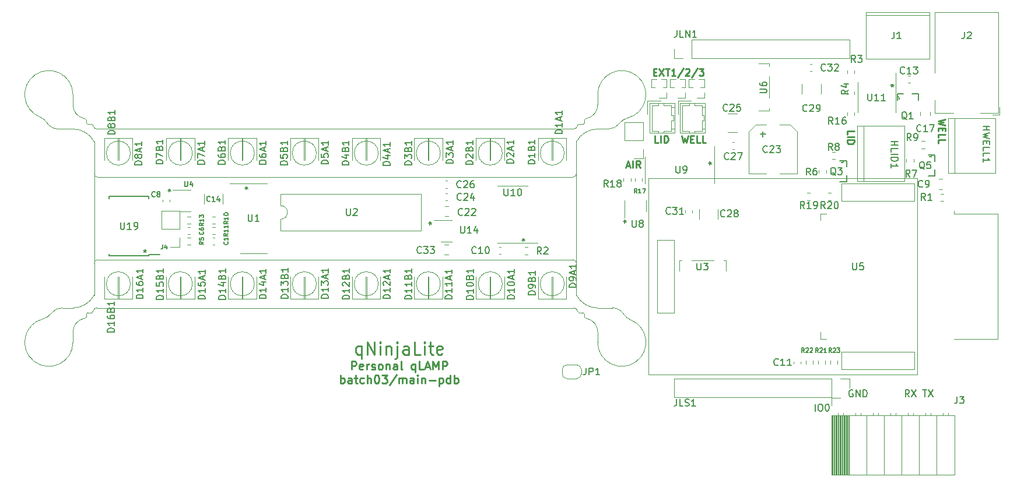
<source format=gto>
G04 #@! TF.GenerationSoftware,KiCad,Pcbnew,(6.0.5-0)*
G04 #@! TF.CreationDate,2022-08-15T05:54:32+09:00*
G04 #@! TF.ProjectId,qLAMP-main,714c414d-502d-46d6-9169-6e2e6b696361,rev?*
G04 #@! TF.SameCoordinates,Original*
G04 #@! TF.FileFunction,Legend,Top*
G04 #@! TF.FilePolarity,Positive*
%FSLAX46Y46*%
G04 Gerber Fmt 4.6, Leading zero omitted, Abs format (unit mm)*
G04 Created by KiCad (PCBNEW (6.0.5-0)) date 2022-08-15 05:54:32*
%MOMM*%
%LPD*%
G01*
G04 APERTURE LIST*
%ADD10C,0.100000*%
%ADD11C,0.254000*%
%ADD12C,0.150000*%
%ADD13C,0.149860*%
%ADD14C,0.120000*%
%ADD15C,0.152400*%
G04 APERTURE END LIST*
D10*
X147657227Y-111500000D02*
X147657227Y-92500000D01*
X70761525Y-88065903D02*
G75*
G03*
X69793791Y-87266166I-1693525J-1063897D01*
G01*
X70234056Y-116598779D02*
G75*
G03*
X71379757Y-115828755I-474256J1942979D01*
G01*
X127907202Y-111501637D02*
G75*
G03*
X127907202Y-111501637I-1750000J0D01*
G01*
X74563906Y-84004758D02*
G75*
G03*
X69793791Y-87266166I-3499996J-2D01*
G01*
X148059038Y-88305454D02*
G75*
G03*
X147886139Y-88404914I-38J-199946D01*
G01*
X76697682Y-115698282D02*
G75*
G03*
X76497682Y-115898256I18J-200018D01*
G01*
X76511958Y-88105442D02*
G75*
G03*
X76712016Y-88305442I200042J42D01*
G01*
X77255380Y-115698260D02*
G75*
G03*
X77428279Y-115598784I20J199960D01*
G01*
X77562677Y-88683690D02*
G75*
G03*
X77428293Y-88404914I-1863477J-726510D01*
G01*
X70761576Y-88065871D02*
G75*
G03*
X72455067Y-89001961I1693524J1063871D01*
G01*
X145907216Y-92502061D02*
G75*
G03*
X145907216Y-92502061I-1750000J0D01*
G01*
X72999668Y-115001696D02*
G75*
G03*
X71379757Y-115828755I32J-2000004D01*
G01*
X76512016Y-87717688D02*
X76512016Y-88105442D01*
X150750462Y-118498940D02*
G75*
G03*
X149182810Y-116546221I-1999962J40D01*
G01*
X77657201Y-90864958D02*
G75*
G03*
X74563643Y-89001961I-3093601J-1637042D01*
G01*
X74563901Y-118498940D02*
X74563901Y-119998940D01*
X147657202Y-108501637D02*
X147657202Y-113138748D01*
X148816736Y-88105442D02*
X148816736Y-87712572D01*
X77428284Y-115598787D02*
G75*
G03*
X77562669Y-115320010I-1729084J1005287D01*
G01*
X72999668Y-115001737D02*
X74563629Y-115001737D01*
X147285904Y-89002089D02*
G75*
G03*
X147751749Y-88683688I-4J499989D01*
G01*
X74563944Y-85504758D02*
G75*
G03*
X76131608Y-87457477I1999956J-42D01*
G01*
X74563915Y-84004758D02*
X74563915Y-85504758D01*
X78028528Y-89002061D02*
X147285904Y-89002061D01*
X109907202Y-111501637D02*
G75*
G03*
X109907202Y-111501637I-1750000J0D01*
G01*
X77657216Y-95502061D02*
X77657216Y-90864950D01*
X91907216Y-92502061D02*
G75*
G03*
X91907216Y-92502061I-1750000J0D01*
G01*
X152314750Y-89001961D02*
X150750789Y-89001961D01*
X77657202Y-113138748D02*
X77657202Y-108501637D01*
X147886136Y-88404912D02*
G75*
G03*
X147751749Y-88683688I1729064J-1005288D01*
G01*
X148934323Y-116474066D02*
G75*
G03*
X149182810Y-116546221I680677J1880166D01*
G01*
X77562682Y-88683688D02*
G75*
G03*
X78028528Y-89002061I465818J181588D01*
G01*
X76131593Y-116546217D02*
G75*
G03*
X76364170Y-116479751I-432293J1952817D01*
G01*
X155080376Y-87404975D02*
G75*
G03*
X150750517Y-84004758I-829876J3400175D01*
G01*
X136907202Y-111501637D02*
G75*
G03*
X136907202Y-111501637I-1750000J0D01*
G01*
X154552886Y-115937800D02*
G75*
G03*
X155520627Y-116737532I1693514J1063900D01*
G01*
X70234037Y-116598704D02*
G75*
G03*
X74563901Y-119998940I829863J-3400196D01*
G01*
X118907216Y-92502061D02*
G75*
G03*
X118907216Y-92502061I-1750000J0D01*
G01*
X147157216Y-96002061D02*
X78157216Y-96002061D01*
X118907202Y-111501637D02*
G75*
G03*
X118907202Y-111501637I-1750000J0D01*
G01*
X76131586Y-116546184D02*
G75*
G03*
X74563901Y-118498940I432314J-1952716D01*
G01*
X147657163Y-108501637D02*
G75*
G03*
X147157202Y-108001637I-499963J37D01*
G01*
X150750499Y-119998940D02*
G75*
G03*
X155520627Y-116737532I3500001J0D01*
G01*
X91907202Y-111501637D02*
G75*
G03*
X91907202Y-111501637I-1750000J0D01*
G01*
X150750775Y-115001737D02*
X152859351Y-115001737D01*
X147657216Y-90864950D02*
X147657216Y-95502061D01*
X147657204Y-113138747D02*
G75*
G03*
X150750775Y-115001737I3093596J1637047D01*
G01*
X100907202Y-111501637D02*
G75*
G03*
X100907202Y-111501637I-1750000J0D01*
G01*
X76712016Y-88305442D02*
X77255394Y-88305442D01*
X136907216Y-92502061D02*
G75*
G03*
X136907216Y-92502061I-1750000J0D01*
G01*
X147886126Y-115598783D02*
G75*
G03*
X148059024Y-115698256I172874J100483D01*
G01*
X109907216Y-92502061D02*
G75*
G03*
X109907216Y-92502061I-1750000J0D01*
G01*
X148059038Y-88305442D02*
X148616736Y-88305442D01*
X155080365Y-87404930D02*
G75*
G03*
X153934661Y-88174943I474235J-1942970D01*
G01*
X149182836Y-87457530D02*
G75*
G03*
X150750517Y-85504758I-432336J1952730D01*
G01*
X148950265Y-87523995D02*
G75*
G03*
X148816736Y-87712572I66435J-188605D01*
G01*
X145907202Y-111501637D02*
G75*
G03*
X145907202Y-111501637I-1750000J0D01*
G01*
X150750517Y-85504758D02*
X150750517Y-84004758D01*
X76497682Y-115898256D02*
X76497682Y-116291126D01*
X149182823Y-87457472D02*
G75*
G03*
X148950248Y-87523947I432377J-1952828D01*
G01*
X76380094Y-87529634D02*
G75*
G03*
X76131608Y-87457477I-680694J-1880166D01*
G01*
X147751722Y-115320015D02*
G75*
G03*
X147285890Y-115001637I-465822J-181585D01*
G01*
X148802444Y-115898256D02*
G75*
G03*
X148602402Y-115698256I-200044J-44D01*
G01*
X76364158Y-116479716D02*
G75*
G03*
X76497682Y-116291126I-66458J188616D01*
G01*
X154552902Y-115937790D02*
G75*
G03*
X152859351Y-115001737I-1693502J-1063910D01*
G01*
X78028514Y-115001627D02*
G75*
G03*
X77562669Y-115320010I-14J-499973D01*
G01*
X147157216Y-96002116D02*
G75*
G03*
X147657216Y-95502061I-16J500016D01*
G01*
X100907216Y-92502061D02*
G75*
G03*
X100907216Y-92502061I-1750000J0D01*
G01*
X152314750Y-89001936D02*
G75*
G03*
X153934661Y-88174943I50J1999936D01*
G01*
X77657214Y-92500000D02*
X77657214Y-111500000D01*
X147751740Y-115320008D02*
G75*
G03*
X147886125Y-115598784I1863460J726508D01*
G01*
X74563643Y-89001961D02*
X72455067Y-89001961D01*
X148616736Y-88305436D02*
G75*
G03*
X148816736Y-88105442I-36J200036D01*
G01*
X78157202Y-108001637D02*
X147157202Y-108001637D01*
X148802392Y-116286010D02*
G75*
G03*
X148934323Y-116474066I200008J10D01*
G01*
X77428280Y-88404922D02*
G75*
G03*
X77255394Y-88305442I-172880J-100478D01*
G01*
X77255380Y-115698256D02*
X76697682Y-115698256D01*
X76512016Y-87717688D02*
G75*
G03*
X76380095Y-87529632I-200016J-12D01*
G01*
X82907216Y-92502061D02*
G75*
G03*
X82907216Y-92502061I-1750000J0D01*
G01*
X77657239Y-95502061D02*
G75*
G03*
X78157216Y-96002061I499961J-39D01*
G01*
X148802402Y-116286010D02*
X148802402Y-115898256D01*
X150750789Y-89001972D02*
G75*
G03*
X147657216Y-90864950I11J-3500028D01*
G01*
X147285890Y-115001637D02*
X78028514Y-115001637D01*
X148602402Y-115698256D02*
X148059024Y-115698256D01*
X82907202Y-111501637D02*
G75*
G03*
X82907202Y-111501637I-1750000J0D01*
G01*
X150750503Y-119998940D02*
X150750503Y-118498940D01*
X74563629Y-115001743D02*
G75*
G03*
X77657202Y-113138748I-29J3500043D01*
G01*
X78157202Y-108001602D02*
G75*
G03*
X77657202Y-108501637I-2J-499998D01*
G01*
X127907216Y-92502061D02*
G75*
G03*
X127907216Y-92502061I-1750000J0D01*
G01*
D11*
X113405714Y-125962875D02*
X113405714Y-124762875D01*
X113405714Y-125220018D02*
X113520000Y-125162875D01*
X113748571Y-125162875D01*
X113862857Y-125220018D01*
X113920000Y-125277160D01*
X113977142Y-125391446D01*
X113977142Y-125734303D01*
X113920000Y-125848589D01*
X113862857Y-125905732D01*
X113748571Y-125962875D01*
X113520000Y-125962875D01*
X113405714Y-125905732D01*
X115005714Y-125962875D02*
X115005714Y-125334303D01*
X114948571Y-125220018D01*
X114834285Y-125162875D01*
X114605714Y-125162875D01*
X114491428Y-125220018D01*
X115005714Y-125905732D02*
X114891428Y-125962875D01*
X114605714Y-125962875D01*
X114491428Y-125905732D01*
X114434285Y-125791446D01*
X114434285Y-125677160D01*
X114491428Y-125562875D01*
X114605714Y-125505732D01*
X114891428Y-125505732D01*
X115005714Y-125448589D01*
X115405714Y-125162875D02*
X115862857Y-125162875D01*
X115577142Y-124762875D02*
X115577142Y-125791446D01*
X115634285Y-125905732D01*
X115748571Y-125962875D01*
X115862857Y-125962875D01*
X116777142Y-125905732D02*
X116662857Y-125962875D01*
X116434285Y-125962875D01*
X116320000Y-125905732D01*
X116262857Y-125848589D01*
X116205714Y-125734303D01*
X116205714Y-125391446D01*
X116262857Y-125277160D01*
X116320000Y-125220018D01*
X116434285Y-125162875D01*
X116662857Y-125162875D01*
X116777142Y-125220018D01*
X117291428Y-125962875D02*
X117291428Y-124762875D01*
X117805714Y-125962875D02*
X117805714Y-125334303D01*
X117748571Y-125220018D01*
X117634285Y-125162875D01*
X117462857Y-125162875D01*
X117348571Y-125220018D01*
X117291428Y-125277160D01*
X118605714Y-124762875D02*
X118720000Y-124762875D01*
X118834285Y-124820018D01*
X118891428Y-124877160D01*
X118948571Y-124991446D01*
X119005714Y-125220018D01*
X119005714Y-125505732D01*
X118948571Y-125734303D01*
X118891428Y-125848589D01*
X118834285Y-125905732D01*
X118720000Y-125962875D01*
X118605714Y-125962875D01*
X118491428Y-125905732D01*
X118434285Y-125848589D01*
X118377142Y-125734303D01*
X118320000Y-125505732D01*
X118320000Y-125220018D01*
X118377142Y-124991446D01*
X118434285Y-124877160D01*
X118491428Y-124820018D01*
X118605714Y-124762875D01*
X119405714Y-124762875D02*
X120148571Y-124762875D01*
X119748571Y-125220018D01*
X119920000Y-125220018D01*
X120034285Y-125277160D01*
X120091428Y-125334303D01*
X120148571Y-125448589D01*
X120148571Y-125734303D01*
X120091428Y-125848589D01*
X120034285Y-125905732D01*
X119920000Y-125962875D01*
X119577142Y-125962875D01*
X119462857Y-125905732D01*
X119405714Y-125848589D01*
X121520000Y-124705732D02*
X120491428Y-126248589D01*
X121920000Y-125962875D02*
X121920000Y-125162875D01*
X121920000Y-125277160D02*
X121977142Y-125220018D01*
X122091428Y-125162875D01*
X122262857Y-125162875D01*
X122377142Y-125220018D01*
X122434285Y-125334303D01*
X122434285Y-125962875D01*
X122434285Y-125334303D02*
X122491428Y-125220018D01*
X122605714Y-125162875D01*
X122777142Y-125162875D01*
X122891428Y-125220018D01*
X122948571Y-125334303D01*
X122948571Y-125962875D01*
X124034285Y-125962875D02*
X124034285Y-125334303D01*
X123977142Y-125220018D01*
X123862857Y-125162875D01*
X123634285Y-125162875D01*
X123520000Y-125220018D01*
X124034285Y-125905732D02*
X123920000Y-125962875D01*
X123634285Y-125962875D01*
X123520000Y-125905732D01*
X123462857Y-125791446D01*
X123462857Y-125677160D01*
X123520000Y-125562875D01*
X123634285Y-125505732D01*
X123920000Y-125505732D01*
X124034285Y-125448589D01*
X124605714Y-125962875D02*
X124605714Y-125162875D01*
X124605714Y-124762875D02*
X124548571Y-124820018D01*
X124605714Y-124877160D01*
X124662857Y-124820018D01*
X124605714Y-124762875D01*
X124605714Y-124877160D01*
X125177142Y-125162875D02*
X125177142Y-125962875D01*
X125177142Y-125277160D02*
X125234285Y-125220018D01*
X125348571Y-125162875D01*
X125520000Y-125162875D01*
X125634285Y-125220018D01*
X125691428Y-125334303D01*
X125691428Y-125962875D01*
X126262857Y-125505732D02*
X127177142Y-125505732D01*
X127748571Y-125162875D02*
X127748571Y-126362875D01*
X127748571Y-125220018D02*
X127862857Y-125162875D01*
X128091428Y-125162875D01*
X128205714Y-125220018D01*
X128262857Y-125277160D01*
X128320000Y-125391446D01*
X128320000Y-125734303D01*
X128262857Y-125848589D01*
X128205714Y-125905732D01*
X128091428Y-125962875D01*
X127862857Y-125962875D01*
X127748571Y-125905732D01*
X129348571Y-125962875D02*
X129348571Y-124762875D01*
X129348571Y-125905732D02*
X129234285Y-125962875D01*
X129005714Y-125962875D01*
X128891428Y-125905732D01*
X128834285Y-125848589D01*
X128777142Y-125734303D01*
X128777142Y-125391446D01*
X128834285Y-125277160D01*
X128891428Y-125220018D01*
X129005714Y-125162875D01*
X129234285Y-125162875D01*
X129348571Y-125220018D01*
X129920000Y-125962875D02*
X129920000Y-124762875D01*
X129920000Y-125220018D02*
X130034285Y-125162875D01*
X130262857Y-125162875D01*
X130377142Y-125220018D01*
X130434285Y-125277160D01*
X130491428Y-125391446D01*
X130491428Y-125734303D01*
X130434285Y-125848589D01*
X130377142Y-125905732D01*
X130262857Y-125962875D01*
X130034285Y-125962875D01*
X129920000Y-125905732D01*
X186960380Y-89784571D02*
X186960380Y-89300761D01*
X187976380Y-89300761D01*
X186960380Y-90123238D02*
X187976380Y-90123238D01*
X186960380Y-90607047D02*
X187976380Y-90607047D01*
X187976380Y-90848952D01*
X187928000Y-90994095D01*
X187831238Y-91090857D01*
X187734476Y-91139238D01*
X187540952Y-91187619D01*
X187395809Y-91187619D01*
X187202285Y-91139238D01*
X187105523Y-91090857D01*
X187008761Y-90994095D01*
X186960380Y-90848952D01*
X186960380Y-90607047D01*
X201256380Y-87602476D02*
X200240380Y-87844380D01*
X200966095Y-88037904D01*
X200240380Y-88231428D01*
X201256380Y-88473333D01*
X200772571Y-88860380D02*
X200772571Y-89199047D01*
X200240380Y-89344190D02*
X200240380Y-88860380D01*
X201256380Y-88860380D01*
X201256380Y-89344190D01*
X200240380Y-90263428D02*
X200240380Y-89779619D01*
X201256380Y-89779619D01*
X200240380Y-91085904D02*
X200240380Y-90602095D01*
X201256380Y-90602095D01*
X158855619Y-80717428D02*
X159194285Y-80717428D01*
X159339428Y-81249619D02*
X158855619Y-81249619D01*
X158855619Y-80233619D01*
X159339428Y-80233619D01*
X159678095Y-80233619D02*
X160355428Y-81249619D01*
X160355428Y-80233619D02*
X159678095Y-81249619D01*
X160597333Y-80233619D02*
X161177904Y-80233619D01*
X160887619Y-81249619D02*
X160887619Y-80233619D01*
X162048761Y-81249619D02*
X161468190Y-81249619D01*
X161758476Y-81249619D02*
X161758476Y-80233619D01*
X161661714Y-80378761D01*
X161564952Y-80475523D01*
X161468190Y-80523904D01*
X163209904Y-80185238D02*
X162339047Y-81491523D01*
X163500190Y-80330380D02*
X163548571Y-80282000D01*
X163645333Y-80233619D01*
X163887238Y-80233619D01*
X163984000Y-80282000D01*
X164032380Y-80330380D01*
X164080761Y-80427142D01*
X164080761Y-80523904D01*
X164032380Y-80669047D01*
X163451809Y-81249619D01*
X164080761Y-81249619D01*
X165241904Y-80185238D02*
X164371047Y-81491523D01*
X165483809Y-80233619D02*
X166112761Y-80233619D01*
X165774095Y-80620666D01*
X165919238Y-80620666D01*
X166016000Y-80669047D01*
X166064380Y-80717428D01*
X166112761Y-80814190D01*
X166112761Y-81056095D01*
X166064380Y-81152857D01*
X166016000Y-81201238D01*
X165919238Y-81249619D01*
X165628952Y-81249619D01*
X165532190Y-81201238D01*
X165483809Y-81152857D01*
X154948190Y-94359333D02*
X155432000Y-94359333D01*
X154851428Y-94649619D02*
X155190095Y-93633619D01*
X155528761Y-94649619D01*
X155867428Y-94649619D02*
X155867428Y-93633619D01*
X156931809Y-94649619D02*
X156593142Y-94165809D01*
X156351238Y-94649619D02*
X156351238Y-93633619D01*
X156738285Y-93633619D01*
X156835047Y-93682000D01*
X156883428Y-93730380D01*
X156931809Y-93827142D01*
X156931809Y-93972285D01*
X156883428Y-94069047D01*
X156835047Y-94117428D01*
X156738285Y-94165809D01*
X156351238Y-94165809D01*
X162972476Y-89993619D02*
X163214380Y-91009619D01*
X163407904Y-90283904D01*
X163601428Y-91009619D01*
X163843333Y-89993619D01*
X164230380Y-90477428D02*
X164569047Y-90477428D01*
X164714190Y-91009619D02*
X164230380Y-91009619D01*
X164230380Y-89993619D01*
X164714190Y-89993619D01*
X165633428Y-91009619D02*
X165149619Y-91009619D01*
X165149619Y-89993619D01*
X166455904Y-91009619D02*
X165972095Y-91009619D01*
X165972095Y-89993619D01*
X159574571Y-90979619D02*
X159090761Y-90979619D01*
X159090761Y-89963619D01*
X159913238Y-90979619D02*
X159913238Y-89963619D01*
X160397047Y-90979619D02*
X160397047Y-89963619D01*
X160638952Y-89963619D01*
X160784095Y-90012000D01*
X160880857Y-90108761D01*
X160929238Y-90205523D01*
X160977619Y-90399047D01*
X160977619Y-90544190D01*
X160929238Y-90737714D01*
X160880857Y-90834476D01*
X160784095Y-90931238D01*
X160638952Y-90979619D01*
X160397047Y-90979619D01*
D12*
X193530000Y-82462380D02*
X193530000Y-82700476D01*
X193291904Y-82605238D02*
X193530000Y-82700476D01*
X193768095Y-82605238D01*
X193387142Y-82890952D02*
X193530000Y-82700476D01*
X193672857Y-82890952D01*
D11*
X115005714Y-123962873D02*
X115005714Y-122762873D01*
X115462857Y-122762873D01*
X115577142Y-122820016D01*
X115634285Y-122877158D01*
X115691428Y-122991444D01*
X115691428Y-123162873D01*
X115634285Y-123277158D01*
X115577142Y-123334301D01*
X115462857Y-123391444D01*
X115005714Y-123391444D01*
X116662857Y-123905730D02*
X116548571Y-123962873D01*
X116320000Y-123962873D01*
X116205714Y-123905730D01*
X116148571Y-123791444D01*
X116148571Y-123334301D01*
X116205714Y-123220016D01*
X116320000Y-123162873D01*
X116548571Y-123162873D01*
X116662857Y-123220016D01*
X116720000Y-123334301D01*
X116720000Y-123448587D01*
X116148571Y-123562873D01*
X117234285Y-123962873D02*
X117234285Y-123162873D01*
X117234285Y-123391444D02*
X117291428Y-123277158D01*
X117348571Y-123220016D01*
X117462857Y-123162873D01*
X117577142Y-123162873D01*
X117920000Y-123905730D02*
X118034285Y-123962873D01*
X118262857Y-123962873D01*
X118377142Y-123905730D01*
X118434285Y-123791444D01*
X118434285Y-123734301D01*
X118377142Y-123620016D01*
X118262857Y-123562873D01*
X118091428Y-123562873D01*
X117977142Y-123505730D01*
X117920000Y-123391444D01*
X117920000Y-123334301D01*
X117977142Y-123220016D01*
X118091428Y-123162873D01*
X118262857Y-123162873D01*
X118377142Y-123220016D01*
X119120000Y-123962873D02*
X119005714Y-123905730D01*
X118948571Y-123848587D01*
X118891428Y-123734301D01*
X118891428Y-123391444D01*
X118948571Y-123277158D01*
X119005714Y-123220016D01*
X119120000Y-123162873D01*
X119291428Y-123162873D01*
X119405714Y-123220016D01*
X119462857Y-123277158D01*
X119520000Y-123391444D01*
X119520000Y-123734301D01*
X119462857Y-123848587D01*
X119405714Y-123905730D01*
X119291428Y-123962873D01*
X119120000Y-123962873D01*
X120034285Y-123162873D02*
X120034285Y-123962873D01*
X120034285Y-123277158D02*
X120091428Y-123220016D01*
X120205714Y-123162873D01*
X120377142Y-123162873D01*
X120491428Y-123220016D01*
X120548571Y-123334301D01*
X120548571Y-123962873D01*
X121634285Y-123962873D02*
X121634285Y-123334301D01*
X121577142Y-123220016D01*
X121462857Y-123162873D01*
X121234285Y-123162873D01*
X121120000Y-123220016D01*
X121634285Y-123905730D02*
X121520000Y-123962873D01*
X121234285Y-123962873D01*
X121120000Y-123905730D01*
X121062857Y-123791444D01*
X121062857Y-123677158D01*
X121120000Y-123562873D01*
X121234285Y-123505730D01*
X121520000Y-123505730D01*
X121634285Y-123448587D01*
X122377142Y-123962873D02*
X122262857Y-123905730D01*
X122205714Y-123791444D01*
X122205714Y-122762873D01*
X124262857Y-123162873D02*
X124262857Y-124362873D01*
X124262857Y-123905730D02*
X124148571Y-123962873D01*
X123920000Y-123962873D01*
X123805714Y-123905730D01*
X123748571Y-123848587D01*
X123691428Y-123734301D01*
X123691428Y-123391444D01*
X123748571Y-123277158D01*
X123805714Y-123220016D01*
X123920000Y-123162873D01*
X124148571Y-123162873D01*
X124262857Y-123220016D01*
X125405714Y-123962873D02*
X124834285Y-123962873D01*
X124834285Y-122762873D01*
X125748571Y-123620016D02*
X126320000Y-123620016D01*
X125634285Y-123962873D02*
X126034285Y-122762873D01*
X126434285Y-123962873D01*
X126834285Y-123962873D02*
X126834285Y-122762873D01*
X127234285Y-123620016D01*
X127634285Y-122762873D01*
X127634285Y-123962873D01*
X128205714Y-123962873D02*
X128205714Y-122762873D01*
X128662857Y-122762873D01*
X128777142Y-122820016D01*
X128834285Y-122877158D01*
X128891428Y-122991444D01*
X128891428Y-123162873D01*
X128834285Y-123277158D01*
X128777142Y-123334301D01*
X128662857Y-123391444D01*
X128205714Y-123391444D01*
D12*
X197939095Y-126932389D02*
X198510523Y-126932389D01*
X198224809Y-127932389D02*
X198224809Y-126932389D01*
X198748619Y-126932389D02*
X199415285Y-127932389D01*
X199415285Y-126932389D02*
X198748619Y-127932389D01*
D11*
X116434285Y-120574285D02*
X116434285Y-122374285D01*
X116434285Y-121688571D02*
X116262857Y-121774285D01*
X115920000Y-121774285D01*
X115748571Y-121688571D01*
X115662857Y-121602857D01*
X115577142Y-121431428D01*
X115577142Y-120917142D01*
X115662857Y-120745714D01*
X115748571Y-120660000D01*
X115920000Y-120574285D01*
X116262857Y-120574285D01*
X116434285Y-120660000D01*
X117291428Y-121774285D02*
X117291428Y-119974285D01*
X118320000Y-121774285D01*
X118320000Y-119974285D01*
X119177142Y-121774285D02*
X119177142Y-120574285D01*
X119177142Y-119974285D02*
X119091428Y-120060000D01*
X119177142Y-120145714D01*
X119262857Y-120060000D01*
X119177142Y-119974285D01*
X119177142Y-120145714D01*
X120034285Y-120574285D02*
X120034285Y-121774285D01*
X120034285Y-120745714D02*
X120120000Y-120660000D01*
X120291428Y-120574285D01*
X120548571Y-120574285D01*
X120720000Y-120660000D01*
X120805714Y-120831428D01*
X120805714Y-121774285D01*
X121662857Y-120574285D02*
X121662857Y-122117142D01*
X121577142Y-122288571D01*
X121405714Y-122374285D01*
X121320000Y-122374285D01*
X121662857Y-119974285D02*
X121577142Y-120060000D01*
X121662857Y-120145714D01*
X121748571Y-120060000D01*
X121662857Y-119974285D01*
X121662857Y-120145714D01*
X123291428Y-121774285D02*
X123291428Y-120831428D01*
X123205714Y-120660000D01*
X123034285Y-120574285D01*
X122691428Y-120574285D01*
X122520000Y-120660000D01*
X123291428Y-121688571D02*
X123120000Y-121774285D01*
X122691428Y-121774285D01*
X122520000Y-121688571D01*
X122434285Y-121517142D01*
X122434285Y-121345714D01*
X122520000Y-121174285D01*
X122691428Y-121088571D01*
X123120000Y-121088571D01*
X123291428Y-121002857D01*
X125005714Y-121774285D02*
X124148571Y-121774285D01*
X124148571Y-119974285D01*
X125605714Y-121774285D02*
X125605714Y-120574285D01*
X125605714Y-119974285D02*
X125520000Y-120060000D01*
X125605714Y-120145714D01*
X125691428Y-120060000D01*
X125605714Y-119974285D01*
X125605714Y-120145714D01*
X126205714Y-120574285D02*
X126891428Y-120574285D01*
X126462857Y-119974285D02*
X126462857Y-121517142D01*
X126548571Y-121688571D01*
X126720000Y-121774285D01*
X126891428Y-121774285D01*
X128177142Y-121688571D02*
X128005714Y-121774285D01*
X127662857Y-121774285D01*
X127491428Y-121688571D01*
X127405714Y-121517142D01*
X127405714Y-120831428D01*
X127491428Y-120660000D01*
X127662857Y-120574285D01*
X128005714Y-120574285D01*
X128177142Y-120660000D01*
X128262857Y-120831428D01*
X128262857Y-121002857D01*
X127405714Y-121174285D01*
D12*
X126222380Y-102690000D02*
X126460476Y-102690000D01*
X126365238Y-102928095D02*
X126460476Y-102690000D01*
X126365238Y-102451904D01*
X126650952Y-102832857D02*
X126460476Y-102690000D01*
X126650952Y-102547142D01*
X195994333Y-127932389D02*
X195661000Y-127456199D01*
X195422904Y-127932389D02*
X195422904Y-126932389D01*
X195803857Y-126932389D01*
X195899095Y-126980009D01*
X195946714Y-127027628D01*
X195994333Y-127122866D01*
X195994333Y-127265723D01*
X195946714Y-127360961D01*
X195899095Y-127408580D01*
X195803857Y-127456199D01*
X195422904Y-127456199D01*
X196327666Y-126932389D02*
X196994333Y-127932389D01*
X196994333Y-126932389D02*
X196327666Y-127932389D01*
X85020000Y-106492380D02*
X85020000Y-106730476D01*
X84781904Y-106635238D02*
X85020000Y-106730476D01*
X85258095Y-106635238D01*
X84877142Y-106920952D02*
X85020000Y-106730476D01*
X85162857Y-106920952D01*
X187779095Y-126980009D02*
X187683857Y-126932389D01*
X187541000Y-126932389D01*
X187398142Y-126980009D01*
X187302904Y-127075247D01*
X187255285Y-127170485D01*
X187207666Y-127360961D01*
X187207666Y-127503818D01*
X187255285Y-127694294D01*
X187302904Y-127789532D01*
X187398142Y-127884770D01*
X187541000Y-127932389D01*
X187636238Y-127932389D01*
X187779095Y-127884770D01*
X187826714Y-127837151D01*
X187826714Y-127503818D01*
X187636238Y-127503818D01*
X188255285Y-127932389D02*
X188255285Y-126932389D01*
X188826714Y-127932389D01*
X188826714Y-126932389D01*
X189302904Y-127932389D02*
X189302904Y-126932389D01*
X189541000Y-126932389D01*
X189683857Y-126980009D01*
X189779095Y-127075247D01*
X189826714Y-127170485D01*
X189874333Y-127360961D01*
X189874333Y-127503818D01*
X189826714Y-127694294D01*
X189779095Y-127789532D01*
X189683857Y-127884770D01*
X189541000Y-127932389D01*
X189302904Y-127932389D01*
X182320000Y-129992380D02*
X182320000Y-128992380D01*
X182986666Y-128992380D02*
X183177142Y-128992380D01*
X183272380Y-129040000D01*
X183367619Y-129135238D01*
X183415238Y-129325714D01*
X183415238Y-129659047D01*
X183367619Y-129849523D01*
X183272380Y-129944761D01*
X183177142Y-129992380D01*
X182986666Y-129992380D01*
X182891428Y-129944761D01*
X182796190Y-129849523D01*
X182748571Y-129659047D01*
X182748571Y-129325714D01*
X182796190Y-129135238D01*
X182891428Y-129040000D01*
X182986666Y-128992380D01*
X184034285Y-128992380D02*
X184129523Y-128992380D01*
X184224761Y-129040000D01*
X184272380Y-129087619D01*
X184320000Y-129182857D01*
X184367619Y-129373333D01*
X184367619Y-129611428D01*
X184320000Y-129801904D01*
X184272380Y-129897142D01*
X184224761Y-129944761D01*
X184129523Y-129992380D01*
X184034285Y-129992380D01*
X183939047Y-129944761D01*
X183891428Y-129897142D01*
X183843809Y-129801904D01*
X183796190Y-129611428D01*
X183796190Y-129373333D01*
X183843809Y-129182857D01*
X183891428Y-129087619D01*
X183939047Y-129040000D01*
X184034285Y-128992380D01*
X206687618Y-88584770D02*
X207687618Y-88584770D01*
X207211427Y-88584770D02*
X207211427Y-89156199D01*
X206687618Y-89156199D02*
X207687618Y-89156199D01*
X207687618Y-89537151D02*
X206687618Y-89775247D01*
X207401903Y-89965723D01*
X206687618Y-90156199D01*
X207687618Y-90394294D01*
X207211427Y-90775247D02*
X207211427Y-91108580D01*
X206687618Y-91251437D02*
X206687618Y-90775247D01*
X207687618Y-90775247D01*
X207687618Y-91251437D01*
X206687618Y-92156199D02*
X206687618Y-91680009D01*
X207687618Y-91680009D01*
X206687618Y-92965723D02*
X206687618Y-92489532D01*
X207687618Y-92489532D01*
X206687618Y-93822866D02*
X206687618Y-93251437D01*
X206687618Y-93537151D02*
X207687618Y-93537151D01*
X207544760Y-93441913D01*
X207449522Y-93346675D01*
X207401903Y-93251437D01*
X149046666Y-123732380D02*
X149046666Y-124446666D01*
X148999047Y-124589523D01*
X148903809Y-124684761D01*
X148760952Y-124732380D01*
X148665714Y-124732380D01*
X149522857Y-124732380D02*
X149522857Y-123732380D01*
X149903809Y-123732380D01*
X149999047Y-123780000D01*
X150046666Y-123827619D01*
X150094285Y-123922857D01*
X150094285Y-124065714D01*
X150046666Y-124160952D01*
X149999047Y-124208571D01*
X149903809Y-124256190D01*
X149522857Y-124256190D01*
X151046666Y-124732380D02*
X150475238Y-124732380D01*
X150760952Y-124732380D02*
X150760952Y-123732380D01*
X150665714Y-123875238D01*
X150570476Y-123970476D01*
X150475238Y-124018095D01*
X189981904Y-83872380D02*
X189981904Y-84681904D01*
X190029523Y-84777142D01*
X190077142Y-84824761D01*
X190172380Y-84872380D01*
X190362857Y-84872380D01*
X190458095Y-84824761D01*
X190505714Y-84777142D01*
X190553333Y-84681904D01*
X190553333Y-83872380D01*
X191553333Y-84872380D02*
X190981904Y-84872380D01*
X191267619Y-84872380D02*
X191267619Y-83872380D01*
X191172380Y-84015238D01*
X191077142Y-84110476D01*
X190981904Y-84158095D01*
X192505714Y-84872380D02*
X191934285Y-84872380D01*
X192220000Y-84872380D02*
X192220000Y-83872380D01*
X192124761Y-84015238D01*
X192029523Y-84110476D01*
X191934285Y-84158095D01*
X130841904Y-103132386D02*
X130841904Y-103941910D01*
X130889523Y-104037148D01*
X130937142Y-104084767D01*
X131032380Y-104132386D01*
X131222857Y-104132386D01*
X131318095Y-104084767D01*
X131365714Y-104037148D01*
X131413333Y-103941910D01*
X131413333Y-103132386D01*
X132413333Y-104132386D02*
X131841904Y-104132386D01*
X132127619Y-104132386D02*
X132127619Y-103132386D01*
X132032380Y-103275244D01*
X131937142Y-103370482D01*
X131841904Y-103418101D01*
X133270476Y-103465720D02*
X133270476Y-104132386D01*
X133032380Y-103084767D02*
X132794285Y-103799053D01*
X133413333Y-103799053D01*
X131117142Y-101457142D02*
X131069523Y-101504761D01*
X130926666Y-101552380D01*
X130831428Y-101552380D01*
X130688571Y-101504761D01*
X130593333Y-101409523D01*
X130545714Y-101314285D01*
X130498095Y-101123809D01*
X130498095Y-100980952D01*
X130545714Y-100790476D01*
X130593333Y-100695238D01*
X130688571Y-100600000D01*
X130831428Y-100552380D01*
X130926666Y-100552380D01*
X131069523Y-100600000D01*
X131117142Y-100647619D01*
X131498095Y-100647619D02*
X131545714Y-100600000D01*
X131640952Y-100552380D01*
X131879047Y-100552380D01*
X131974285Y-100600000D01*
X132021904Y-100647619D01*
X132069523Y-100742857D01*
X132069523Y-100838095D01*
X132021904Y-100980952D01*
X131450476Y-101552380D01*
X132069523Y-101552380D01*
X132450476Y-100647619D02*
X132498095Y-100600000D01*
X132593333Y-100552380D01*
X132831428Y-100552380D01*
X132926666Y-100600000D01*
X132974285Y-100647619D01*
X133021904Y-100742857D01*
X133021904Y-100838095D01*
X132974285Y-100980952D01*
X132402857Y-101552380D01*
X133021904Y-101552380D01*
X175367142Y-92327142D02*
X175319523Y-92374761D01*
X175176666Y-92422380D01*
X175081428Y-92422380D01*
X174938571Y-92374761D01*
X174843333Y-92279523D01*
X174795714Y-92184285D01*
X174748095Y-91993809D01*
X174748095Y-91850952D01*
X174795714Y-91660476D01*
X174843333Y-91565238D01*
X174938571Y-91470000D01*
X175081428Y-91422380D01*
X175176666Y-91422380D01*
X175319523Y-91470000D01*
X175367142Y-91517619D01*
X175748095Y-91517619D02*
X175795714Y-91470000D01*
X175890952Y-91422380D01*
X176129047Y-91422380D01*
X176224285Y-91470000D01*
X176271904Y-91517619D01*
X176319523Y-91612857D01*
X176319523Y-91708095D01*
X176271904Y-91850952D01*
X175700476Y-92422380D01*
X176319523Y-92422380D01*
X176652857Y-91422380D02*
X177271904Y-91422380D01*
X176938571Y-91803333D01*
X177081428Y-91803333D01*
X177176666Y-91850952D01*
X177224285Y-91898571D01*
X177271904Y-91993809D01*
X177271904Y-92231904D01*
X177224285Y-92327142D01*
X177176666Y-92374761D01*
X177081428Y-92422380D01*
X176795714Y-92422380D01*
X176700476Y-92374761D01*
X176652857Y-92327142D01*
X139772380Y-105100000D02*
X140010476Y-105100000D01*
X139915238Y-105338095D02*
X140010476Y-105100000D01*
X139915238Y-104861904D01*
X140200952Y-105242857D02*
X140010476Y-105100000D01*
X140200952Y-104957142D01*
X88372380Y-97910000D02*
X88610476Y-97910000D01*
X88515238Y-98148095D02*
X88610476Y-97910000D01*
X88515238Y-97671904D01*
X88800952Y-98052857D02*
X88610476Y-97910000D01*
X88800952Y-97767142D01*
X154482380Y-102410000D02*
X154720476Y-102410000D01*
X154625238Y-102648095D02*
X154720476Y-102410000D01*
X154625238Y-102171904D01*
X154910952Y-102552857D02*
X154720476Y-102410000D01*
X154910952Y-102267142D01*
X174741428Y-90140952D02*
X174741428Y-89379047D01*
X175122380Y-89760000D02*
X174360476Y-89760000D01*
X99542380Y-97570000D02*
X99780476Y-97570000D01*
X99685238Y-97808095D02*
X99780476Y-97570000D01*
X99685238Y-97331904D01*
X99970952Y-97712857D02*
X99780476Y-97570000D01*
X99970952Y-97427142D01*
X166842380Y-93950000D02*
X167080476Y-93950000D01*
X166985238Y-94188095D02*
X167080476Y-93950000D01*
X166985238Y-93711904D01*
X167270952Y-94092857D02*
X167080476Y-93950000D01*
X167270952Y-93807142D01*
X130947142Y-99257142D02*
X130899523Y-99304761D01*
X130756666Y-99352380D01*
X130661428Y-99352380D01*
X130518571Y-99304761D01*
X130423333Y-99209523D01*
X130375714Y-99114285D01*
X130328095Y-98923809D01*
X130328095Y-98780952D01*
X130375714Y-98590476D01*
X130423333Y-98495238D01*
X130518571Y-98400000D01*
X130661428Y-98352380D01*
X130756666Y-98352380D01*
X130899523Y-98400000D01*
X130947142Y-98447619D01*
X131328095Y-98447619D02*
X131375714Y-98400000D01*
X131470952Y-98352380D01*
X131709047Y-98352380D01*
X131804285Y-98400000D01*
X131851904Y-98447619D01*
X131899523Y-98542857D01*
X131899523Y-98638095D01*
X131851904Y-98780952D01*
X131280476Y-99352380D01*
X131899523Y-99352380D01*
X132756666Y-98685714D02*
X132756666Y-99352380D01*
X132518571Y-98304761D02*
X132280476Y-99019047D01*
X132899523Y-99019047D01*
X169587142Y-86307142D02*
X169539523Y-86354761D01*
X169396666Y-86402380D01*
X169301428Y-86402380D01*
X169158571Y-86354761D01*
X169063333Y-86259523D01*
X169015714Y-86164285D01*
X168968095Y-85973809D01*
X168968095Y-85830952D01*
X169015714Y-85640476D01*
X169063333Y-85545238D01*
X169158571Y-85450000D01*
X169301428Y-85402380D01*
X169396666Y-85402380D01*
X169539523Y-85450000D01*
X169587142Y-85497619D01*
X169968095Y-85497619D02*
X170015714Y-85450000D01*
X170110952Y-85402380D01*
X170349047Y-85402380D01*
X170444285Y-85450000D01*
X170491904Y-85497619D01*
X170539523Y-85592857D01*
X170539523Y-85688095D01*
X170491904Y-85830952D01*
X169920476Y-86402380D01*
X170539523Y-86402380D01*
X171444285Y-85402380D02*
X170968095Y-85402380D01*
X170920476Y-85878571D01*
X170968095Y-85830952D01*
X171063333Y-85783333D01*
X171301428Y-85783333D01*
X171396666Y-85830952D01*
X171444285Y-85878571D01*
X171491904Y-85973809D01*
X171491904Y-86211904D01*
X171444285Y-86307142D01*
X171396666Y-86354761D01*
X171301428Y-86402380D01*
X171063333Y-86402380D01*
X170968095Y-86354761D01*
X170920476Y-86307142D01*
X169767152Y-93347142D02*
X169719533Y-93394761D01*
X169576676Y-93442380D01*
X169481438Y-93442380D01*
X169338581Y-93394761D01*
X169243343Y-93299523D01*
X169195724Y-93204285D01*
X169148105Y-93013809D01*
X169148105Y-92870952D01*
X169195724Y-92680476D01*
X169243343Y-92585238D01*
X169338581Y-92490000D01*
X169481438Y-92442380D01*
X169576676Y-92442380D01*
X169719533Y-92490000D01*
X169767152Y-92537619D01*
X170148105Y-92537619D02*
X170195724Y-92490000D01*
X170290962Y-92442380D01*
X170529057Y-92442380D01*
X170624295Y-92490000D01*
X170671914Y-92537619D01*
X170719533Y-92632857D01*
X170719533Y-92728095D01*
X170671914Y-92870952D01*
X170100486Y-93442380D01*
X170719533Y-93442380D01*
X171052867Y-92442380D02*
X171719533Y-92442380D01*
X171290962Y-93442380D01*
X181137142Y-86357142D02*
X181089523Y-86404761D01*
X180946666Y-86452380D01*
X180851428Y-86452380D01*
X180708571Y-86404761D01*
X180613333Y-86309523D01*
X180565714Y-86214285D01*
X180518095Y-86023809D01*
X180518095Y-85880952D01*
X180565714Y-85690476D01*
X180613333Y-85595238D01*
X180708571Y-85500000D01*
X180851428Y-85452380D01*
X180946666Y-85452380D01*
X181089523Y-85500000D01*
X181137142Y-85547619D01*
X181518095Y-85547619D02*
X181565714Y-85500000D01*
X181660952Y-85452380D01*
X181899047Y-85452380D01*
X181994285Y-85500000D01*
X182041904Y-85547619D01*
X182089523Y-85642857D01*
X182089523Y-85738095D01*
X182041904Y-85880952D01*
X181470476Y-86452380D01*
X182089523Y-86452380D01*
X182565714Y-86452380D02*
X182756190Y-86452380D01*
X182851428Y-86404761D01*
X182899047Y-86357142D01*
X182994285Y-86214285D01*
X183041904Y-86023809D01*
X183041904Y-85642857D01*
X182994285Y-85547619D01*
X182946666Y-85500000D01*
X182851428Y-85452380D01*
X182660952Y-85452380D01*
X182565714Y-85500000D01*
X182518095Y-85547619D01*
X182470476Y-85642857D01*
X182470476Y-85880952D01*
X182518095Y-85976190D01*
X182565714Y-86023809D01*
X182660952Y-86071428D01*
X182851428Y-86071428D01*
X182946666Y-86023809D01*
X182994285Y-85976190D01*
X183041904Y-85880952D01*
X161297142Y-101287142D02*
X161249523Y-101334761D01*
X161106666Y-101382380D01*
X161011428Y-101382380D01*
X160868571Y-101334761D01*
X160773333Y-101239523D01*
X160725714Y-101144285D01*
X160678095Y-100953809D01*
X160678095Y-100810952D01*
X160725714Y-100620476D01*
X160773333Y-100525238D01*
X160868571Y-100430000D01*
X161011428Y-100382380D01*
X161106666Y-100382380D01*
X161249523Y-100430000D01*
X161297142Y-100477619D01*
X161630476Y-100382380D02*
X162249523Y-100382380D01*
X161916190Y-100763333D01*
X162059047Y-100763333D01*
X162154285Y-100810952D01*
X162201904Y-100858571D01*
X162249523Y-100953809D01*
X162249523Y-101191904D01*
X162201904Y-101287142D01*
X162154285Y-101334761D01*
X162059047Y-101382380D01*
X161773333Y-101382380D01*
X161678095Y-101334761D01*
X161630476Y-101287142D01*
X163201904Y-101382380D02*
X162630476Y-101382380D01*
X162916190Y-101382380D02*
X162916190Y-100382380D01*
X162820952Y-100525238D01*
X162725714Y-100620476D01*
X162630476Y-100668095D01*
X125147142Y-106987142D02*
X125099523Y-107034761D01*
X124956666Y-107082380D01*
X124861428Y-107082380D01*
X124718571Y-107034761D01*
X124623333Y-106939523D01*
X124575714Y-106844285D01*
X124528095Y-106653809D01*
X124528095Y-106510952D01*
X124575714Y-106320476D01*
X124623333Y-106225238D01*
X124718571Y-106130000D01*
X124861428Y-106082380D01*
X124956666Y-106082380D01*
X125099523Y-106130000D01*
X125147142Y-106177619D01*
X125480476Y-106082380D02*
X126099523Y-106082380D01*
X125766190Y-106463333D01*
X125909047Y-106463333D01*
X126004285Y-106510952D01*
X126051904Y-106558571D01*
X126099523Y-106653809D01*
X126099523Y-106891904D01*
X126051904Y-106987142D01*
X126004285Y-107034761D01*
X125909047Y-107082380D01*
X125623333Y-107082380D01*
X125528095Y-107034761D01*
X125480476Y-106987142D01*
X126432857Y-106082380D02*
X127051904Y-106082380D01*
X126718571Y-106463333D01*
X126861428Y-106463333D01*
X126956666Y-106510952D01*
X127004285Y-106558571D01*
X127051904Y-106653809D01*
X127051904Y-106891904D01*
X127004285Y-106987142D01*
X126956666Y-107034761D01*
X126861428Y-107082380D01*
X126575714Y-107082380D01*
X126480476Y-107034761D01*
X126432857Y-106987142D01*
X195307142Y-80877142D02*
X195259523Y-80924761D01*
X195116666Y-80972380D01*
X195021428Y-80972380D01*
X194878571Y-80924761D01*
X194783333Y-80829523D01*
X194735714Y-80734285D01*
X194688095Y-80543809D01*
X194688095Y-80400952D01*
X194735714Y-80210476D01*
X194783333Y-80115238D01*
X194878571Y-80020000D01*
X195021428Y-79972380D01*
X195116666Y-79972380D01*
X195259523Y-80020000D01*
X195307142Y-80067619D01*
X196259523Y-80972380D02*
X195688095Y-80972380D01*
X195973809Y-80972380D02*
X195973809Y-79972380D01*
X195878571Y-80115238D01*
X195783333Y-80210476D01*
X195688095Y-80258095D01*
X196592857Y-79972380D02*
X197211904Y-79972380D01*
X196878571Y-80353333D01*
X197021428Y-80353333D01*
X197116666Y-80400952D01*
X197164285Y-80448571D01*
X197211904Y-80543809D01*
X197211904Y-80781904D01*
X197164285Y-80877142D01*
X197116666Y-80924761D01*
X197021428Y-80972380D01*
X196735714Y-80972380D01*
X196640476Y-80924761D01*
X196592857Y-80877142D01*
X94460143Y-99452132D02*
X94423858Y-99488418D01*
X94315001Y-99524704D01*
X94242429Y-99524704D01*
X94133572Y-99488418D01*
X94061001Y-99415847D01*
X94024715Y-99343275D01*
X93988429Y-99198132D01*
X93988429Y-99089275D01*
X94024715Y-98944132D01*
X94061001Y-98871561D01*
X94133572Y-98798990D01*
X94242429Y-98762704D01*
X94315001Y-98762704D01*
X94423858Y-98798990D01*
X94460143Y-98835275D01*
X95185858Y-99524704D02*
X94750429Y-99524704D01*
X94968143Y-99524704D02*
X94968143Y-98762704D01*
X94895572Y-98871561D01*
X94823001Y-98944132D01*
X94750429Y-98980418D01*
X95839001Y-99016704D02*
X95839001Y-99524704D01*
X95657572Y-98726418D02*
X95476143Y-99270704D01*
X95947858Y-99270704D01*
X193367619Y-90795238D02*
X194367619Y-90795238D01*
X193891428Y-90795238D02*
X193891428Y-91366666D01*
X193367619Y-91366666D02*
X194367619Y-91366666D01*
X193367619Y-92319047D02*
X193367619Y-91842857D01*
X194367619Y-91842857D01*
X193367619Y-92652380D02*
X194367619Y-92652380D01*
X193367619Y-93128571D02*
X194367619Y-93128571D01*
X194367619Y-93366666D01*
X194320000Y-93509523D01*
X194224761Y-93604761D01*
X194129523Y-93652380D01*
X193939047Y-93700000D01*
X193796190Y-93700000D01*
X193605714Y-93652380D01*
X193510476Y-93604761D01*
X193415238Y-93509523D01*
X193367619Y-93366666D01*
X193367619Y-93128571D01*
X193367619Y-94652380D02*
X193367619Y-94080952D01*
X193367619Y-94366666D02*
X194367619Y-94366666D01*
X194224761Y-94271428D01*
X194129523Y-94176190D01*
X194081904Y-94080952D01*
X81457903Y-102572392D02*
X81457903Y-103381916D01*
X81505522Y-103477154D01*
X81553141Y-103524773D01*
X81648379Y-103572392D01*
X81838856Y-103572392D01*
X81934094Y-103524773D01*
X81981713Y-103477154D01*
X82029332Y-103381916D01*
X82029332Y-102572392D01*
X83029332Y-103572392D02*
X82457903Y-103572392D01*
X82743618Y-103572392D02*
X82743618Y-102572392D01*
X82648379Y-102715250D01*
X82553141Y-102810488D01*
X82457903Y-102858107D01*
X83505522Y-103572392D02*
X83695999Y-103572392D01*
X83791237Y-103524773D01*
X83838856Y-103477154D01*
X83934094Y-103334297D01*
X83981713Y-103143821D01*
X83981713Y-102762869D01*
X83934094Y-102667631D01*
X83886475Y-102620012D01*
X83791237Y-102572392D01*
X83600760Y-102572392D01*
X83505522Y-102620012D01*
X83457903Y-102667631D01*
X83410284Y-102762869D01*
X83410284Y-103000964D01*
X83457903Y-103096202D01*
X83505522Y-103143821D01*
X83600760Y-103191440D01*
X83791237Y-103191440D01*
X83886475Y-103143821D01*
X83934094Y-103096202D01*
X83981713Y-103000964D01*
X86473005Y-98792138D02*
X86436719Y-98828424D01*
X86327862Y-98864710D01*
X86255290Y-98864710D01*
X86146433Y-98828424D01*
X86073862Y-98755853D01*
X86037576Y-98683281D01*
X86001290Y-98538138D01*
X86001290Y-98429281D01*
X86037576Y-98284138D01*
X86073862Y-98211567D01*
X86146433Y-98138996D01*
X86255290Y-98102710D01*
X86327862Y-98102710D01*
X86436719Y-98138996D01*
X86473005Y-98175281D01*
X86908433Y-98429281D02*
X86835862Y-98392996D01*
X86799576Y-98356710D01*
X86763290Y-98284138D01*
X86763290Y-98247853D01*
X86799576Y-98175281D01*
X86835862Y-98138996D01*
X86908433Y-98102710D01*
X87053576Y-98102710D01*
X87126147Y-98138996D01*
X87162433Y-98175281D01*
X87198719Y-98247853D01*
X87198719Y-98284138D01*
X87162433Y-98356710D01*
X87126147Y-98392996D01*
X87053576Y-98429281D01*
X86908433Y-98429281D01*
X86835862Y-98465567D01*
X86799576Y-98501853D01*
X86763290Y-98574424D01*
X86763290Y-98719567D01*
X86799576Y-98792138D01*
X86835862Y-98828424D01*
X86908433Y-98864710D01*
X87053576Y-98864710D01*
X87126147Y-98828424D01*
X87162433Y-98792138D01*
X87198719Y-98719567D01*
X87198719Y-98574424D01*
X87162433Y-98501853D01*
X87126147Y-98465567D01*
X87053576Y-98429281D01*
X176967142Y-123277142D02*
X176919523Y-123324761D01*
X176776666Y-123372380D01*
X176681428Y-123372380D01*
X176538571Y-123324761D01*
X176443333Y-123229523D01*
X176395714Y-123134285D01*
X176348095Y-122943809D01*
X176348095Y-122800952D01*
X176395714Y-122610476D01*
X176443333Y-122515238D01*
X176538571Y-122420000D01*
X176681428Y-122372380D01*
X176776666Y-122372380D01*
X176919523Y-122420000D01*
X176967142Y-122467619D01*
X177919523Y-123372380D02*
X177348095Y-123372380D01*
X177633809Y-123372380D02*
X177633809Y-122372380D01*
X177538571Y-122515238D01*
X177443333Y-122610476D01*
X177348095Y-122658095D01*
X178871904Y-123372380D02*
X178300476Y-123372380D01*
X178586190Y-123372380D02*
X178586190Y-122372380D01*
X178490952Y-122515238D01*
X178395714Y-122610476D01*
X178300476Y-122658095D01*
X93476785Y-103925833D02*
X93507023Y-103956071D01*
X93537261Y-104046785D01*
X93537261Y-104107261D01*
X93507023Y-104197976D01*
X93446547Y-104258452D01*
X93386071Y-104288690D01*
X93265119Y-104318928D01*
X93174404Y-104318928D01*
X93053452Y-104288690D01*
X92992976Y-104258452D01*
X92932500Y-104197976D01*
X92902261Y-104107261D01*
X92902261Y-104046785D01*
X92932500Y-103956071D01*
X92962738Y-103925833D01*
X92902261Y-103381547D02*
X92902261Y-103502500D01*
X92932500Y-103562976D01*
X92962738Y-103593214D01*
X93053452Y-103653690D01*
X93174404Y-103683928D01*
X93416309Y-103683928D01*
X93476785Y-103653690D01*
X93507023Y-103623452D01*
X93537261Y-103562976D01*
X93537261Y-103442023D01*
X93507023Y-103381547D01*
X93476785Y-103351309D01*
X93416309Y-103321071D01*
X93265119Y-103321071D01*
X93204642Y-103351309D01*
X93174404Y-103381547D01*
X93144166Y-103442023D01*
X93144166Y-103562976D01*
X93174404Y-103623452D01*
X93204642Y-103653690D01*
X93265119Y-103683928D01*
X155768095Y-102262380D02*
X155768095Y-103071904D01*
X155815714Y-103167142D01*
X155863333Y-103214761D01*
X155958571Y-103262380D01*
X156149047Y-103262380D01*
X156244285Y-103214761D01*
X156291904Y-103167142D01*
X156339523Y-103071904D01*
X156339523Y-102262380D01*
X156958571Y-102690952D02*
X156863333Y-102643333D01*
X156815714Y-102595714D01*
X156768095Y-102500476D01*
X156768095Y-102452857D01*
X156815714Y-102357619D01*
X156863333Y-102310000D01*
X156958571Y-102262380D01*
X157149047Y-102262380D01*
X157244285Y-102310000D01*
X157291904Y-102357619D01*
X157339523Y-102452857D01*
X157339523Y-102500476D01*
X157291904Y-102595714D01*
X157244285Y-102643333D01*
X157149047Y-102690952D01*
X156958571Y-102690952D01*
X156863333Y-102738571D01*
X156815714Y-102786190D01*
X156768095Y-102881428D01*
X156768095Y-103071904D01*
X156815714Y-103167142D01*
X156863333Y-103214761D01*
X156958571Y-103262380D01*
X157149047Y-103262380D01*
X157244285Y-103214761D01*
X157291904Y-103167142D01*
X157339523Y-103071904D01*
X157339523Y-102881428D01*
X157291904Y-102786190D01*
X157244285Y-102738571D01*
X157149047Y-102690952D01*
X90779418Y-96602713D02*
X90779418Y-97219570D01*
X90815704Y-97292141D01*
X90851990Y-97328427D01*
X90924561Y-97364713D01*
X91069704Y-97364713D01*
X91142275Y-97328427D01*
X91178561Y-97292141D01*
X91214847Y-97219570D01*
X91214847Y-96602713D01*
X91904275Y-96856713D02*
X91904275Y-97364713D01*
X91722847Y-96566427D02*
X91541418Y-97110713D01*
X92013132Y-97110713D01*
D13*
X93537261Y-102678214D02*
X93234880Y-102889880D01*
X93537261Y-103041071D02*
X92902261Y-103041071D01*
X92902261Y-102799166D01*
X92932500Y-102738690D01*
X92962738Y-102708452D01*
X93023214Y-102678214D01*
X93113928Y-102678214D01*
X93174404Y-102708452D01*
X93204642Y-102738690D01*
X93234880Y-102799166D01*
X93234880Y-103041071D01*
X93537261Y-102073452D02*
X93537261Y-102436309D01*
X93537261Y-102254880D02*
X92902261Y-102254880D01*
X92992976Y-102315357D01*
X93053452Y-102375833D01*
X93083690Y-102436309D01*
X92902261Y-101861785D02*
X92902261Y-101468690D01*
X93144166Y-101680357D01*
X93144166Y-101589642D01*
X93174404Y-101529166D01*
X93204642Y-101498928D01*
X93265119Y-101468690D01*
X93416309Y-101468690D01*
X93476785Y-101498928D01*
X93507023Y-101529166D01*
X93537261Y-101589642D01*
X93537261Y-101771071D01*
X93507023Y-101831547D01*
X93476785Y-101861785D01*
D12*
X156441789Y-98287268D02*
X156230123Y-97984887D01*
X156078932Y-98287268D02*
X156078932Y-97652268D01*
X156320837Y-97652268D01*
X156381313Y-97682507D01*
X156411551Y-97712745D01*
X156441789Y-97773221D01*
X156441789Y-97863935D01*
X156411551Y-97924411D01*
X156381313Y-97954649D01*
X156320837Y-97984887D01*
X156078932Y-97984887D01*
X157046551Y-98287268D02*
X156683694Y-98287268D01*
X156865123Y-98287268D02*
X156865123Y-97652268D01*
X156804646Y-97742983D01*
X156744170Y-97803459D01*
X156683694Y-97833697D01*
X157258218Y-97652268D02*
X157681551Y-97652268D01*
X157409408Y-98287268D01*
X152247142Y-97432380D02*
X151913809Y-96956190D01*
X151675714Y-97432380D02*
X151675714Y-96432380D01*
X152056666Y-96432380D01*
X152151904Y-96480000D01*
X152199523Y-96527619D01*
X152247142Y-96622857D01*
X152247142Y-96765714D01*
X152199523Y-96860952D01*
X152151904Y-96908571D01*
X152056666Y-96956190D01*
X151675714Y-96956190D01*
X153199523Y-97432380D02*
X152628095Y-97432380D01*
X152913809Y-97432380D02*
X152913809Y-96432380D01*
X152818571Y-96575238D01*
X152723333Y-96670476D01*
X152628095Y-96718095D01*
X153770952Y-96860952D02*
X153675714Y-96813333D01*
X153628095Y-96765714D01*
X153580476Y-96670476D01*
X153580476Y-96622857D01*
X153628095Y-96527619D01*
X153675714Y-96480000D01*
X153770952Y-96432380D01*
X153961428Y-96432380D01*
X154056666Y-96480000D01*
X154104285Y-96527619D01*
X154151904Y-96622857D01*
X154151904Y-96670476D01*
X154104285Y-96765714D01*
X154056666Y-96813333D01*
X153961428Y-96860952D01*
X153770952Y-96860952D01*
X153675714Y-96908571D01*
X153628095Y-96956190D01*
X153580476Y-97051428D01*
X153580476Y-97241904D01*
X153628095Y-97337142D01*
X153675714Y-97384761D01*
X153770952Y-97432380D01*
X153961428Y-97432380D01*
X154056666Y-97384761D01*
X154104285Y-97337142D01*
X154151904Y-97241904D01*
X154151904Y-97051428D01*
X154104285Y-96956190D01*
X154056666Y-96908571D01*
X153961428Y-96860952D01*
X162143095Y-94383380D02*
X162143095Y-95192904D01*
X162190714Y-95288142D01*
X162238333Y-95335761D01*
X162333571Y-95383380D01*
X162524047Y-95383380D01*
X162619285Y-95335761D01*
X162666904Y-95288142D01*
X162714523Y-95192904D01*
X162714523Y-94383380D01*
X163238333Y-95383380D02*
X163428809Y-95383380D01*
X163524047Y-95335761D01*
X163571666Y-95288142D01*
X163666904Y-95145285D01*
X163714523Y-94954809D01*
X163714523Y-94573857D01*
X163666904Y-94478619D01*
X163619285Y-94431000D01*
X163524047Y-94383380D01*
X163333571Y-94383380D01*
X163238333Y-94431000D01*
X163190714Y-94478619D01*
X163143095Y-94573857D01*
X163143095Y-94811952D01*
X163190714Y-94907190D01*
X163238333Y-94954809D01*
X163333571Y-95002428D01*
X163524047Y-95002428D01*
X163619285Y-94954809D01*
X163666904Y-94907190D01*
X163714523Y-94811952D01*
X130917142Y-97447142D02*
X130869523Y-97494761D01*
X130726666Y-97542380D01*
X130631428Y-97542380D01*
X130488571Y-97494761D01*
X130393333Y-97399523D01*
X130345714Y-97304285D01*
X130298095Y-97113809D01*
X130298095Y-96970952D01*
X130345714Y-96780476D01*
X130393333Y-96685238D01*
X130488571Y-96590000D01*
X130631428Y-96542380D01*
X130726666Y-96542380D01*
X130869523Y-96590000D01*
X130917142Y-96637619D01*
X131298095Y-96637619D02*
X131345714Y-96590000D01*
X131440952Y-96542380D01*
X131679047Y-96542380D01*
X131774285Y-96590000D01*
X131821904Y-96637619D01*
X131869523Y-96732857D01*
X131869523Y-96828095D01*
X131821904Y-96970952D01*
X131250476Y-97542380D01*
X131869523Y-97542380D01*
X132726666Y-96542380D02*
X132536190Y-96542380D01*
X132440952Y-96590000D01*
X132393333Y-96637619D01*
X132298095Y-96780476D01*
X132250476Y-96970952D01*
X132250476Y-97351904D01*
X132298095Y-97447142D01*
X132345714Y-97494761D01*
X132440952Y-97542380D01*
X132631428Y-97542380D01*
X132726666Y-97494761D01*
X132774285Y-97447142D01*
X132821904Y-97351904D01*
X132821904Y-97113809D01*
X132774285Y-97018571D01*
X132726666Y-96970952D01*
X132631428Y-96923333D01*
X132440952Y-96923333D01*
X132345714Y-96970952D01*
X132298095Y-97018571D01*
X132250476Y-97113809D01*
X198209761Y-94847619D02*
X198114523Y-94800000D01*
X198019285Y-94704761D01*
X197876428Y-94561904D01*
X197781190Y-94514285D01*
X197685952Y-94514285D01*
X197733571Y-94752380D02*
X197638333Y-94704761D01*
X197543095Y-94609523D01*
X197495476Y-94419047D01*
X197495476Y-94085714D01*
X197543095Y-93895238D01*
X197638333Y-93800000D01*
X197733571Y-93752380D01*
X197924047Y-93752380D01*
X198019285Y-93800000D01*
X198114523Y-93895238D01*
X198162142Y-94085714D01*
X198162142Y-94419047D01*
X198114523Y-94609523D01*
X198019285Y-94704761D01*
X197924047Y-94752380D01*
X197733571Y-94752380D01*
X199066904Y-93752380D02*
X198590714Y-93752380D01*
X198543095Y-94228571D01*
X198590714Y-94180952D01*
X198685952Y-94133333D01*
X198924047Y-94133333D01*
X199019285Y-94180952D01*
X199066904Y-94228571D01*
X199114523Y-94323809D01*
X199114523Y-94561904D01*
X199066904Y-94657142D01*
X199019285Y-94704761D01*
X198924047Y-94752380D01*
X198685952Y-94752380D01*
X198590714Y-94704761D01*
X198543095Y-94657142D01*
X185314761Y-95707619D02*
X185219523Y-95660000D01*
X185124285Y-95564761D01*
X184981428Y-95421904D01*
X184886190Y-95374285D01*
X184790952Y-95374285D01*
X184838571Y-95612380D02*
X184743333Y-95564761D01*
X184648095Y-95469523D01*
X184600476Y-95279047D01*
X184600476Y-94945714D01*
X184648095Y-94755238D01*
X184743333Y-94660000D01*
X184838571Y-94612380D01*
X185029047Y-94612380D01*
X185124285Y-94660000D01*
X185219523Y-94755238D01*
X185267142Y-94945714D01*
X185267142Y-95279047D01*
X185219523Y-95469523D01*
X185124285Y-95564761D01*
X185029047Y-95612380D01*
X184838571Y-95612380D01*
X185600476Y-94612380D02*
X186219523Y-94612380D01*
X185886190Y-94993333D01*
X186029047Y-94993333D01*
X186124285Y-95040952D01*
X186171904Y-95088571D01*
X186219523Y-95183809D01*
X186219523Y-95421904D01*
X186171904Y-95517142D01*
X186124285Y-95564761D01*
X186029047Y-95612380D01*
X185743333Y-95612380D01*
X185648095Y-95564761D01*
X185600476Y-95517142D01*
X195636469Y-87627819D02*
X195541231Y-87580200D01*
X195445993Y-87484961D01*
X195303136Y-87342104D01*
X195207898Y-87294485D01*
X195112660Y-87294485D01*
X195160279Y-87532580D02*
X195065041Y-87484961D01*
X194969803Y-87389723D01*
X194922184Y-87199247D01*
X194922184Y-86865914D01*
X194969803Y-86675438D01*
X195065041Y-86580200D01*
X195160279Y-86532580D01*
X195350755Y-86532580D01*
X195445993Y-86580200D01*
X195541231Y-86675438D01*
X195588850Y-86865914D01*
X195588850Y-87199247D01*
X195541231Y-87389723D01*
X195445993Y-87484961D01*
X195350755Y-87532580D01*
X195160279Y-87532580D01*
X196541231Y-87532580D02*
X195969803Y-87532580D01*
X196255517Y-87532580D02*
X196255517Y-86532580D01*
X196160279Y-86675438D01*
X196065041Y-86770676D01*
X195969803Y-86818295D01*
X137161904Y-97682380D02*
X137161904Y-98491904D01*
X137209523Y-98587142D01*
X137257142Y-98634761D01*
X137352380Y-98682380D01*
X137542857Y-98682380D01*
X137638095Y-98634761D01*
X137685714Y-98587142D01*
X137733333Y-98491904D01*
X137733333Y-97682380D01*
X138733333Y-98682380D02*
X138161904Y-98682380D01*
X138447619Y-98682380D02*
X138447619Y-97682380D01*
X138352380Y-97825238D01*
X138257142Y-97920476D01*
X138161904Y-97968095D01*
X139352380Y-97682380D02*
X139447619Y-97682380D01*
X139542857Y-97730000D01*
X139590476Y-97777619D01*
X139638095Y-97872857D01*
X139685714Y-98063333D01*
X139685714Y-98301428D01*
X139638095Y-98491904D01*
X139590476Y-98587142D01*
X139542857Y-98634761D01*
X139447619Y-98682380D01*
X139352380Y-98682380D01*
X139257142Y-98634761D01*
X139209523Y-98587142D01*
X139161904Y-98491904D01*
X139114285Y-98301428D01*
X139114285Y-98063333D01*
X139161904Y-97872857D01*
X139209523Y-97777619D01*
X139257142Y-97730000D01*
X139352380Y-97682380D01*
X180767142Y-100542380D02*
X180433809Y-100066190D01*
X180195714Y-100542380D02*
X180195714Y-99542380D01*
X180576666Y-99542380D01*
X180671904Y-99590000D01*
X180719523Y-99637619D01*
X180767142Y-99732857D01*
X180767142Y-99875714D01*
X180719523Y-99970952D01*
X180671904Y-100018571D01*
X180576666Y-100066190D01*
X180195714Y-100066190D01*
X181719523Y-100542380D02*
X181148095Y-100542380D01*
X181433809Y-100542380D02*
X181433809Y-99542380D01*
X181338571Y-99685238D01*
X181243333Y-99780476D01*
X181148095Y-99828095D01*
X182195714Y-100542380D02*
X182386190Y-100542380D01*
X182481428Y-100494761D01*
X182529047Y-100447142D01*
X182624285Y-100304285D01*
X182671904Y-100113809D01*
X182671904Y-99732857D01*
X182624285Y-99637619D01*
X182576666Y-99590000D01*
X182481428Y-99542380D01*
X182290952Y-99542380D01*
X182195714Y-99590000D01*
X182148095Y-99637619D01*
X182100476Y-99732857D01*
X182100476Y-99970952D01*
X182148095Y-100066190D01*
X182195714Y-100113809D01*
X182290952Y-100161428D01*
X182481428Y-100161428D01*
X182576666Y-100113809D01*
X182624285Y-100066190D01*
X182671904Y-99970952D01*
X197933333Y-97367142D02*
X197885714Y-97414761D01*
X197742857Y-97462380D01*
X197647619Y-97462380D01*
X197504761Y-97414761D01*
X197409523Y-97319523D01*
X197361904Y-97224285D01*
X197314285Y-97033809D01*
X197314285Y-96890952D01*
X197361904Y-96700476D01*
X197409523Y-96605238D01*
X197504761Y-96510000D01*
X197647619Y-96462380D01*
X197742857Y-96462380D01*
X197885714Y-96510000D01*
X197933333Y-96557619D01*
X198409523Y-97462380D02*
X198600000Y-97462380D01*
X198695238Y-97414761D01*
X198742857Y-97367142D01*
X198838095Y-97224285D01*
X198885714Y-97033809D01*
X198885714Y-96652857D01*
X198838095Y-96557619D01*
X198790476Y-96510000D01*
X198695238Y-96462380D01*
X198504761Y-96462380D01*
X198409523Y-96510000D01*
X198361904Y-96557619D01*
X198314285Y-96652857D01*
X198314285Y-96890952D01*
X198361904Y-96986190D01*
X198409523Y-97033809D01*
X198504761Y-97081428D01*
X198695238Y-97081428D01*
X198790476Y-97033809D01*
X198838095Y-96986190D01*
X198885714Y-96890952D01*
X196243333Y-90672380D02*
X195910000Y-90196190D01*
X195671904Y-90672380D02*
X195671904Y-89672380D01*
X196052857Y-89672380D01*
X196148095Y-89720000D01*
X196195714Y-89767619D01*
X196243333Y-89862857D01*
X196243333Y-90005714D01*
X196195714Y-90100952D01*
X196148095Y-90148571D01*
X196052857Y-90196190D01*
X195671904Y-90196190D01*
X196719523Y-90672380D02*
X196910000Y-90672380D01*
X197005238Y-90624761D01*
X197052857Y-90577142D01*
X197148095Y-90434285D01*
X197195714Y-90243809D01*
X197195714Y-89862857D01*
X197148095Y-89767619D01*
X197100476Y-89720000D01*
X197005238Y-89672380D01*
X196814761Y-89672380D01*
X196719523Y-89720000D01*
X196671904Y-89767619D01*
X196624285Y-89862857D01*
X196624285Y-90100952D01*
X196671904Y-90196190D01*
X196719523Y-90243809D01*
X196814761Y-90291428D01*
X197005238Y-90291428D01*
X197100476Y-90243809D01*
X197148095Y-90196190D01*
X197195714Y-90100952D01*
X184843333Y-92092380D02*
X184510000Y-91616190D01*
X184271904Y-92092380D02*
X184271904Y-91092380D01*
X184652857Y-91092380D01*
X184748095Y-91140000D01*
X184795714Y-91187619D01*
X184843333Y-91282857D01*
X184843333Y-91425714D01*
X184795714Y-91520952D01*
X184748095Y-91568571D01*
X184652857Y-91616190D01*
X184271904Y-91616190D01*
X185414761Y-91520952D02*
X185319523Y-91473333D01*
X185271904Y-91425714D01*
X185224285Y-91330476D01*
X185224285Y-91282857D01*
X185271904Y-91187619D01*
X185319523Y-91140000D01*
X185414761Y-91092380D01*
X185605238Y-91092380D01*
X185700476Y-91140000D01*
X185748095Y-91187619D01*
X185795714Y-91282857D01*
X185795714Y-91330476D01*
X185748095Y-91425714D01*
X185700476Y-91473333D01*
X185605238Y-91520952D01*
X185414761Y-91520952D01*
X185319523Y-91568571D01*
X185271904Y-91616190D01*
X185224285Y-91711428D01*
X185224285Y-91901904D01*
X185271904Y-91997142D01*
X185319523Y-92044761D01*
X185414761Y-92092380D01*
X185605238Y-92092380D01*
X185700476Y-92044761D01*
X185748095Y-91997142D01*
X185795714Y-91901904D01*
X185795714Y-91711428D01*
X185748095Y-91616190D01*
X185700476Y-91568571D01*
X185605238Y-91520952D01*
X188163333Y-79312380D02*
X187830000Y-78836190D01*
X187591904Y-79312380D02*
X187591904Y-78312380D01*
X187972857Y-78312380D01*
X188068095Y-78360000D01*
X188115714Y-78407619D01*
X188163333Y-78502857D01*
X188163333Y-78645714D01*
X188115714Y-78740952D01*
X188068095Y-78788571D01*
X187972857Y-78836190D01*
X187591904Y-78836190D01*
X188496666Y-78312380D02*
X189115714Y-78312380D01*
X188782380Y-78693333D01*
X188925238Y-78693333D01*
X189020476Y-78740952D01*
X189068095Y-78788571D01*
X189115714Y-78883809D01*
X189115714Y-79121904D01*
X189068095Y-79217142D01*
X189020476Y-79264761D01*
X188925238Y-79312380D01*
X188639523Y-79312380D01*
X188544285Y-79264761D01*
X188496666Y-79217142D01*
X187132380Y-83336666D02*
X186656190Y-83670000D01*
X187132380Y-83908095D02*
X186132380Y-83908095D01*
X186132380Y-83527142D01*
X186180000Y-83431904D01*
X186227619Y-83384285D01*
X186322857Y-83336666D01*
X186465714Y-83336666D01*
X186560952Y-83384285D01*
X186608571Y-83431904D01*
X186656190Y-83527142D01*
X186656190Y-83908095D01*
X186465714Y-82479523D02*
X187132380Y-82479523D01*
X186084761Y-82717619D02*
X186799047Y-82955714D01*
X186799047Y-82336666D01*
X196073333Y-95952380D02*
X195740000Y-95476190D01*
X195501904Y-95952380D02*
X195501904Y-94952380D01*
X195882857Y-94952380D01*
X195978095Y-95000000D01*
X196025714Y-95047619D01*
X196073333Y-95142857D01*
X196073333Y-95285714D01*
X196025714Y-95380952D01*
X195978095Y-95428571D01*
X195882857Y-95476190D01*
X195501904Y-95476190D01*
X196406666Y-94952380D02*
X197073333Y-94952380D01*
X196644761Y-95952380D01*
X181623333Y-95692380D02*
X181290000Y-95216190D01*
X181051904Y-95692380D02*
X181051904Y-94692380D01*
X181432857Y-94692380D01*
X181528095Y-94740000D01*
X181575714Y-94787619D01*
X181623333Y-94882857D01*
X181623333Y-95025714D01*
X181575714Y-95120952D01*
X181528095Y-95168571D01*
X181432857Y-95216190D01*
X181051904Y-95216190D01*
X182480476Y-94692380D02*
X182290000Y-94692380D01*
X182194761Y-94740000D01*
X182147142Y-94787619D01*
X182051904Y-94930476D01*
X182004285Y-95120952D01*
X182004285Y-95501904D01*
X182051904Y-95597142D01*
X182099523Y-95644761D01*
X182194761Y-95692380D01*
X182385238Y-95692380D01*
X182480476Y-95644761D01*
X182528095Y-95597142D01*
X182575714Y-95501904D01*
X182575714Y-95263809D01*
X182528095Y-95168571D01*
X182480476Y-95120952D01*
X182385238Y-95073333D01*
X182194761Y-95073333D01*
X182099523Y-95120952D01*
X182051904Y-95168571D01*
X182004285Y-95263809D01*
X142573333Y-107182380D02*
X142240000Y-106706190D01*
X142001904Y-107182380D02*
X142001904Y-106182380D01*
X142382857Y-106182380D01*
X142478095Y-106230000D01*
X142525714Y-106277619D01*
X142573333Y-106372857D01*
X142573333Y-106515714D01*
X142525714Y-106610952D01*
X142478095Y-106658571D01*
X142382857Y-106706190D01*
X142001904Y-106706190D01*
X142954285Y-106277619D02*
X143001904Y-106230000D01*
X143097142Y-106182380D01*
X143335238Y-106182380D01*
X143430476Y-106230000D01*
X143478095Y-106277619D01*
X143525714Y-106372857D01*
X143525714Y-106468095D01*
X143478095Y-106610952D01*
X142906666Y-107182380D01*
X143525714Y-107182380D01*
X198323333Y-99342380D02*
X197990000Y-98866190D01*
X197751904Y-99342380D02*
X197751904Y-98342380D01*
X198132857Y-98342380D01*
X198228095Y-98390000D01*
X198275714Y-98437619D01*
X198323333Y-98532857D01*
X198323333Y-98675714D01*
X198275714Y-98770952D01*
X198228095Y-98818571D01*
X198132857Y-98866190D01*
X197751904Y-98866190D01*
X199275714Y-99342380D02*
X198704285Y-99342380D01*
X198990000Y-99342380D02*
X198990000Y-98342380D01*
X198894761Y-98485238D01*
X198799523Y-98580476D01*
X198704285Y-98628095D01*
X184897142Y-88282380D02*
X184563809Y-87806190D01*
X184325714Y-88282380D02*
X184325714Y-87282380D01*
X184706666Y-87282380D01*
X184801904Y-87330000D01*
X184849523Y-87377619D01*
X184897142Y-87472857D01*
X184897142Y-87615714D01*
X184849523Y-87710952D01*
X184801904Y-87758571D01*
X184706666Y-87806190D01*
X184325714Y-87806190D01*
X185849523Y-88282380D02*
X185278095Y-88282380D01*
X185563809Y-88282380D02*
X185563809Y-87282380D01*
X185468571Y-87425238D01*
X185373333Y-87520476D01*
X185278095Y-87568095D01*
X186706666Y-87282380D02*
X186516190Y-87282380D01*
X186420952Y-87330000D01*
X186373333Y-87377619D01*
X186278095Y-87520476D01*
X186230476Y-87710952D01*
X186230476Y-88091904D01*
X186278095Y-88187142D01*
X186325714Y-88234761D01*
X186420952Y-88282380D01*
X186611428Y-88282380D01*
X186706666Y-88234761D01*
X186754285Y-88187142D01*
X186801904Y-88091904D01*
X186801904Y-87853809D01*
X186754285Y-87758571D01*
X186706666Y-87710952D01*
X186611428Y-87663333D01*
X186420952Y-87663333D01*
X186325714Y-87710952D01*
X186278095Y-87758571D01*
X186230476Y-87853809D01*
X133087142Y-107007142D02*
X133039523Y-107054761D01*
X132896666Y-107102380D01*
X132801428Y-107102380D01*
X132658571Y-107054761D01*
X132563333Y-106959523D01*
X132515714Y-106864285D01*
X132468095Y-106673809D01*
X132468095Y-106530952D01*
X132515714Y-106340476D01*
X132563333Y-106245238D01*
X132658571Y-106150000D01*
X132801428Y-106102380D01*
X132896666Y-106102380D01*
X133039523Y-106150000D01*
X133087142Y-106197619D01*
X134039523Y-107102380D02*
X133468095Y-107102380D01*
X133753809Y-107102380D02*
X133753809Y-106102380D01*
X133658571Y-106245238D01*
X133563333Y-106340476D01*
X133468095Y-106388095D01*
X134658571Y-106102380D02*
X134753809Y-106102380D01*
X134849047Y-106150000D01*
X134896666Y-106197619D01*
X134944285Y-106292857D01*
X134991904Y-106483333D01*
X134991904Y-106721428D01*
X134944285Y-106911904D01*
X134896666Y-107007142D01*
X134849047Y-107054761D01*
X134753809Y-107102380D01*
X134658571Y-107102380D01*
X134563333Y-107054761D01*
X134515714Y-107007142D01*
X134468095Y-106911904D01*
X134420476Y-106721428D01*
X134420476Y-106483333D01*
X134468095Y-106292857D01*
X134515714Y-106197619D01*
X134563333Y-106150000D01*
X134658571Y-106102380D01*
X169217142Y-101677142D02*
X169169523Y-101724761D01*
X169026666Y-101772380D01*
X168931428Y-101772380D01*
X168788571Y-101724761D01*
X168693333Y-101629523D01*
X168645714Y-101534285D01*
X168598095Y-101343809D01*
X168598095Y-101200952D01*
X168645714Y-101010476D01*
X168693333Y-100915238D01*
X168788571Y-100820000D01*
X168931428Y-100772380D01*
X169026666Y-100772380D01*
X169169523Y-100820000D01*
X169217142Y-100867619D01*
X169598095Y-100867619D02*
X169645714Y-100820000D01*
X169740952Y-100772380D01*
X169979047Y-100772380D01*
X170074285Y-100820000D01*
X170121904Y-100867619D01*
X170169523Y-100962857D01*
X170169523Y-101058095D01*
X170121904Y-101200952D01*
X169550476Y-101772380D01*
X170169523Y-101772380D01*
X170740952Y-101200952D02*
X170645714Y-101153333D01*
X170598095Y-101105714D01*
X170550476Y-101010476D01*
X170550476Y-100962857D01*
X170598095Y-100867619D01*
X170645714Y-100820000D01*
X170740952Y-100772380D01*
X170931428Y-100772380D01*
X171026666Y-100820000D01*
X171074285Y-100867619D01*
X171121904Y-100962857D01*
X171121904Y-101010476D01*
X171074285Y-101105714D01*
X171026666Y-101153333D01*
X170931428Y-101200952D01*
X170740952Y-101200952D01*
X170645714Y-101248571D01*
X170598095Y-101296190D01*
X170550476Y-101391428D01*
X170550476Y-101581904D01*
X170598095Y-101677142D01*
X170645714Y-101724761D01*
X170740952Y-101772380D01*
X170931428Y-101772380D01*
X171026666Y-101724761D01*
X171074285Y-101677142D01*
X171121904Y-101581904D01*
X171121904Y-101391428D01*
X171074285Y-101296190D01*
X171026666Y-101248571D01*
X170931428Y-101200952D01*
X183817142Y-80447142D02*
X183769523Y-80494761D01*
X183626666Y-80542380D01*
X183531428Y-80542380D01*
X183388571Y-80494761D01*
X183293333Y-80399523D01*
X183245714Y-80304285D01*
X183198095Y-80113809D01*
X183198095Y-79970952D01*
X183245714Y-79780476D01*
X183293333Y-79685238D01*
X183388571Y-79590000D01*
X183531428Y-79542380D01*
X183626666Y-79542380D01*
X183769523Y-79590000D01*
X183817142Y-79637619D01*
X184150476Y-79542380D02*
X184769523Y-79542380D01*
X184436190Y-79923333D01*
X184579047Y-79923333D01*
X184674285Y-79970952D01*
X184721904Y-80018571D01*
X184769523Y-80113809D01*
X184769523Y-80351904D01*
X184721904Y-80447142D01*
X184674285Y-80494761D01*
X184579047Y-80542380D01*
X184293333Y-80542380D01*
X184198095Y-80494761D01*
X184150476Y-80447142D01*
X185150476Y-79637619D02*
X185198095Y-79590000D01*
X185293333Y-79542380D01*
X185531428Y-79542380D01*
X185626666Y-79590000D01*
X185674285Y-79637619D01*
X185721904Y-79732857D01*
X185721904Y-79828095D01*
X185674285Y-79970952D01*
X185102857Y-80542380D01*
X185721904Y-80542380D01*
X204006666Y-74882380D02*
X204006666Y-75596666D01*
X203959047Y-75739523D01*
X203863809Y-75834761D01*
X203720952Y-75882380D01*
X203625714Y-75882380D01*
X204435238Y-74977619D02*
X204482857Y-74930000D01*
X204578095Y-74882380D01*
X204816190Y-74882380D01*
X204911428Y-74930000D01*
X204959047Y-74977619D01*
X205006666Y-75072857D01*
X205006666Y-75168095D01*
X204959047Y-75310952D01*
X204387619Y-75882380D01*
X205006666Y-75882380D01*
X105678380Y-94194285D02*
X104678380Y-94194285D01*
X104678380Y-93956190D01*
X104726000Y-93813333D01*
X104821238Y-93718095D01*
X104916476Y-93670476D01*
X105106952Y-93622857D01*
X105249809Y-93622857D01*
X105440285Y-93670476D01*
X105535523Y-93718095D01*
X105630761Y-93813333D01*
X105678380Y-93956190D01*
X105678380Y-94194285D01*
X104678380Y-92718095D02*
X104678380Y-93194285D01*
X105154571Y-93241904D01*
X105106952Y-93194285D01*
X105059333Y-93099047D01*
X105059333Y-92860952D01*
X105106952Y-92765714D01*
X105154571Y-92718095D01*
X105249809Y-92670476D01*
X105487904Y-92670476D01*
X105583142Y-92718095D01*
X105630761Y-92765714D01*
X105678380Y-92860952D01*
X105678380Y-93099047D01*
X105630761Y-93194285D01*
X105583142Y-93241904D01*
X105154571Y-91908571D02*
X105202190Y-91765714D01*
X105249809Y-91718095D01*
X105345047Y-91670476D01*
X105487904Y-91670476D01*
X105583142Y-91718095D01*
X105630761Y-91765714D01*
X105678380Y-91860952D01*
X105678380Y-92241904D01*
X104678380Y-92241904D01*
X104678380Y-91908571D01*
X104726000Y-91813333D01*
X104773619Y-91765714D01*
X104868857Y-91718095D01*
X104964095Y-91718095D01*
X105059333Y-91765714D01*
X105106952Y-91813333D01*
X105154571Y-91908571D01*
X105154571Y-92241904D01*
X105678380Y-90718095D02*
X105678380Y-91289523D01*
X105678380Y-91003809D02*
X104678380Y-91003809D01*
X104821238Y-91099047D01*
X104916476Y-91194285D01*
X104964095Y-91289523D01*
X184691785Y-121477261D02*
X184480119Y-121174880D01*
X184328928Y-121477261D02*
X184328928Y-120842261D01*
X184570833Y-120842261D01*
X184631309Y-120872500D01*
X184661547Y-120902738D01*
X184691785Y-120963214D01*
X184691785Y-121053928D01*
X184661547Y-121114404D01*
X184631309Y-121144642D01*
X184570833Y-121174880D01*
X184328928Y-121174880D01*
X184933690Y-120902738D02*
X184963928Y-120872500D01*
X185024404Y-120842261D01*
X185175595Y-120842261D01*
X185236071Y-120872500D01*
X185266309Y-120902738D01*
X185296547Y-120963214D01*
X185296547Y-121023690D01*
X185266309Y-121114404D01*
X184903452Y-121477261D01*
X185296547Y-121477261D01*
X185508214Y-120842261D02*
X185901309Y-120842261D01*
X185689642Y-121084166D01*
X185780357Y-121084166D01*
X185840833Y-121114404D01*
X185871071Y-121144642D01*
X185901309Y-121205119D01*
X185901309Y-121356309D01*
X185871071Y-121416785D01*
X185840833Y-121447023D01*
X185780357Y-121477261D01*
X185598928Y-121477261D01*
X185538452Y-121447023D01*
X185508214Y-121416785D01*
X132688380Y-113770476D02*
X131688380Y-113770476D01*
X131688380Y-113532380D01*
X131736000Y-113389523D01*
X131831238Y-113294285D01*
X131926476Y-113246666D01*
X132116952Y-113199047D01*
X132259809Y-113199047D01*
X132450285Y-113246666D01*
X132545523Y-113294285D01*
X132640761Y-113389523D01*
X132688380Y-113532380D01*
X132688380Y-113770476D01*
X132688380Y-112246666D02*
X132688380Y-112818095D01*
X132688380Y-112532380D02*
X131688380Y-112532380D01*
X131831238Y-112627619D01*
X131926476Y-112722857D01*
X131974095Y-112818095D01*
X131688380Y-111627619D02*
X131688380Y-111532380D01*
X131736000Y-111437142D01*
X131783619Y-111389523D01*
X131878857Y-111341904D01*
X132069333Y-111294285D01*
X132307428Y-111294285D01*
X132497904Y-111341904D01*
X132593142Y-111389523D01*
X132640761Y-111437142D01*
X132688380Y-111532380D01*
X132688380Y-111627619D01*
X132640761Y-111722857D01*
X132593142Y-111770476D01*
X132497904Y-111818095D01*
X132307428Y-111865714D01*
X132069333Y-111865714D01*
X131878857Y-111818095D01*
X131783619Y-111770476D01*
X131736000Y-111722857D01*
X131688380Y-111627619D01*
X132164571Y-110532380D02*
X132212190Y-110389523D01*
X132259809Y-110341904D01*
X132355047Y-110294285D01*
X132497904Y-110294285D01*
X132593142Y-110341904D01*
X132640761Y-110389523D01*
X132688380Y-110484761D01*
X132688380Y-110865714D01*
X131688380Y-110865714D01*
X131688380Y-110532380D01*
X131736000Y-110437142D01*
X131783619Y-110389523D01*
X131878857Y-110341904D01*
X131974095Y-110341904D01*
X132069333Y-110389523D01*
X132116952Y-110437142D01*
X132164571Y-110532380D01*
X132164571Y-110865714D01*
X132688380Y-109341904D02*
X132688380Y-109913333D01*
X132688380Y-109627619D02*
X131688380Y-109627619D01*
X131831238Y-109722857D01*
X131926476Y-109818095D01*
X131974095Y-109913333D01*
X87628380Y-94054285D02*
X86628380Y-94054285D01*
X86628380Y-93816190D01*
X86676000Y-93673333D01*
X86771238Y-93578095D01*
X86866476Y-93530476D01*
X87056952Y-93482857D01*
X87199809Y-93482857D01*
X87390285Y-93530476D01*
X87485523Y-93578095D01*
X87580761Y-93673333D01*
X87628380Y-93816190D01*
X87628380Y-94054285D01*
X86628380Y-93149523D02*
X86628380Y-92482857D01*
X87628380Y-92911428D01*
X87104571Y-91768571D02*
X87152190Y-91625714D01*
X87199809Y-91578095D01*
X87295047Y-91530476D01*
X87437904Y-91530476D01*
X87533142Y-91578095D01*
X87580761Y-91625714D01*
X87628380Y-91720952D01*
X87628380Y-92101904D01*
X86628380Y-92101904D01*
X86628380Y-91768571D01*
X86676000Y-91673333D01*
X86723619Y-91625714D01*
X86818857Y-91578095D01*
X86914095Y-91578095D01*
X87009333Y-91625714D01*
X87056952Y-91673333D01*
X87104571Y-91768571D01*
X87104571Y-92101904D01*
X87628380Y-90578095D02*
X87628380Y-91149523D01*
X87628380Y-90863809D02*
X86628380Y-90863809D01*
X86771238Y-90959047D01*
X86866476Y-91054285D01*
X86914095Y-91149523D01*
X132608380Y-94154285D02*
X131608380Y-94154285D01*
X131608380Y-93916190D01*
X131656000Y-93773333D01*
X131751238Y-93678095D01*
X131846476Y-93630476D01*
X132036952Y-93582857D01*
X132179809Y-93582857D01*
X132370285Y-93630476D01*
X132465523Y-93678095D01*
X132560761Y-93773333D01*
X132608380Y-93916190D01*
X132608380Y-94154285D01*
X131703619Y-93201904D02*
X131656000Y-93154285D01*
X131608380Y-93059047D01*
X131608380Y-92820952D01*
X131656000Y-92725714D01*
X131703619Y-92678095D01*
X131798857Y-92630476D01*
X131894095Y-92630476D01*
X132036952Y-92678095D01*
X132608380Y-93249523D01*
X132608380Y-92630476D01*
X132084571Y-91868571D02*
X132132190Y-91725714D01*
X132179809Y-91678095D01*
X132275047Y-91630476D01*
X132417904Y-91630476D01*
X132513142Y-91678095D01*
X132560761Y-91725714D01*
X132608380Y-91820952D01*
X132608380Y-92201904D01*
X131608380Y-92201904D01*
X131608380Y-91868571D01*
X131656000Y-91773333D01*
X131703619Y-91725714D01*
X131798857Y-91678095D01*
X131894095Y-91678095D01*
X131989333Y-91725714D01*
X132036952Y-91773333D01*
X132084571Y-91868571D01*
X132084571Y-92201904D01*
X132608380Y-90678095D02*
X132608380Y-91249523D01*
X132608380Y-90963809D02*
X131608380Y-90963809D01*
X131751238Y-91059047D01*
X131846476Y-91154285D01*
X131894095Y-91249523D01*
X129608380Y-113699047D02*
X128608380Y-113699047D01*
X128608380Y-113460952D01*
X128656000Y-113318095D01*
X128751238Y-113222857D01*
X128846476Y-113175238D01*
X129036952Y-113127619D01*
X129179809Y-113127619D01*
X129370285Y-113175238D01*
X129465523Y-113222857D01*
X129560761Y-113318095D01*
X129608380Y-113460952D01*
X129608380Y-113699047D01*
X129608380Y-112175238D02*
X129608380Y-112746666D01*
X129608380Y-112460952D02*
X128608380Y-112460952D01*
X128751238Y-112556190D01*
X128846476Y-112651428D01*
X128894095Y-112746666D01*
X129608380Y-111222857D02*
X129608380Y-111794285D01*
X129608380Y-111508571D02*
X128608380Y-111508571D01*
X128751238Y-111603809D01*
X128846476Y-111699047D01*
X128894095Y-111794285D01*
X129322666Y-110841904D02*
X129322666Y-110365714D01*
X129608380Y-110937142D02*
X128608380Y-110603809D01*
X129608380Y-110270476D01*
X129608380Y-109413333D02*
X129608380Y-109984761D01*
X129608380Y-109699047D02*
X128608380Y-109699047D01*
X128751238Y-109794285D01*
X128846476Y-109889523D01*
X128894095Y-109984761D01*
X138528380Y-93962857D02*
X137528380Y-93962857D01*
X137528380Y-93724761D01*
X137576000Y-93581904D01*
X137671238Y-93486666D01*
X137766476Y-93439047D01*
X137956952Y-93391428D01*
X138099809Y-93391428D01*
X138290285Y-93439047D01*
X138385523Y-93486666D01*
X138480761Y-93581904D01*
X138528380Y-93724761D01*
X138528380Y-93962857D01*
X137623619Y-93010476D02*
X137576000Y-92962857D01*
X137528380Y-92867619D01*
X137528380Y-92629523D01*
X137576000Y-92534285D01*
X137623619Y-92486666D01*
X137718857Y-92439047D01*
X137814095Y-92439047D01*
X137956952Y-92486666D01*
X138528380Y-93058095D01*
X138528380Y-92439047D01*
X138242666Y-92058095D02*
X138242666Y-91581904D01*
X138528380Y-92153333D02*
X137528380Y-91820000D01*
X138528380Y-91486666D01*
X138528380Y-90629523D02*
X138528380Y-91200952D01*
X138528380Y-90915238D02*
X137528380Y-90915238D01*
X137671238Y-91010476D01*
X137766476Y-91105714D01*
X137814095Y-91200952D01*
X141638380Y-94064285D02*
X140638380Y-94064285D01*
X140638380Y-93826190D01*
X140686000Y-93683333D01*
X140781238Y-93588095D01*
X140876476Y-93540476D01*
X141066952Y-93492857D01*
X141209809Y-93492857D01*
X141400285Y-93540476D01*
X141495523Y-93588095D01*
X141590761Y-93683333D01*
X141638380Y-93826190D01*
X141638380Y-94064285D01*
X141638380Y-92540476D02*
X141638380Y-93111904D01*
X141638380Y-92826190D02*
X140638380Y-92826190D01*
X140781238Y-92921428D01*
X140876476Y-93016666D01*
X140924095Y-93111904D01*
X141114571Y-91778571D02*
X141162190Y-91635714D01*
X141209809Y-91588095D01*
X141305047Y-91540476D01*
X141447904Y-91540476D01*
X141543142Y-91588095D01*
X141590761Y-91635714D01*
X141638380Y-91730952D01*
X141638380Y-92111904D01*
X140638380Y-92111904D01*
X140638380Y-91778571D01*
X140686000Y-91683333D01*
X140733619Y-91635714D01*
X140828857Y-91588095D01*
X140924095Y-91588095D01*
X141019333Y-91635714D01*
X141066952Y-91683333D01*
X141114571Y-91778571D01*
X141114571Y-92111904D01*
X141638380Y-90588095D02*
X141638380Y-91159523D01*
X141638380Y-90873809D02*
X140638380Y-90873809D01*
X140781238Y-90969047D01*
X140876476Y-91064285D01*
X140924095Y-91159523D01*
X102608380Y-113639047D02*
X101608380Y-113639047D01*
X101608380Y-113400952D01*
X101656000Y-113258095D01*
X101751238Y-113162857D01*
X101846476Y-113115238D01*
X102036952Y-113067619D01*
X102179809Y-113067619D01*
X102370285Y-113115238D01*
X102465523Y-113162857D01*
X102560761Y-113258095D01*
X102608380Y-113400952D01*
X102608380Y-113639047D01*
X102608380Y-112115238D02*
X102608380Y-112686666D01*
X102608380Y-112400952D02*
X101608380Y-112400952D01*
X101751238Y-112496190D01*
X101846476Y-112591428D01*
X101894095Y-112686666D01*
X101941714Y-111258095D02*
X102608380Y-111258095D01*
X101560761Y-111496190D02*
X102275047Y-111734285D01*
X102275047Y-111115238D01*
X102322666Y-110781904D02*
X102322666Y-110305714D01*
X102608380Y-110877142D02*
X101608380Y-110543809D01*
X102608380Y-110210476D01*
X102608380Y-109353333D02*
X102608380Y-109924761D01*
X102608380Y-109639047D02*
X101608380Y-109639047D01*
X101751238Y-109734285D01*
X101846476Y-109829523D01*
X101894095Y-109924761D01*
X102608380Y-94102857D02*
X101608380Y-94102857D01*
X101608380Y-93864761D01*
X101656000Y-93721904D01*
X101751238Y-93626666D01*
X101846476Y-93579047D01*
X102036952Y-93531428D01*
X102179809Y-93531428D01*
X102370285Y-93579047D01*
X102465523Y-93626666D01*
X102560761Y-93721904D01*
X102608380Y-93864761D01*
X102608380Y-94102857D01*
X101608380Y-92674285D02*
X101608380Y-92864761D01*
X101656000Y-92960000D01*
X101703619Y-93007619D01*
X101846476Y-93102857D01*
X102036952Y-93150476D01*
X102417904Y-93150476D01*
X102513142Y-93102857D01*
X102560761Y-93055238D01*
X102608380Y-92960000D01*
X102608380Y-92769523D01*
X102560761Y-92674285D01*
X102513142Y-92626666D01*
X102417904Y-92579047D01*
X102179809Y-92579047D01*
X102084571Y-92626666D01*
X102036952Y-92674285D01*
X101989333Y-92769523D01*
X101989333Y-92960000D01*
X102036952Y-93055238D01*
X102084571Y-93102857D01*
X102179809Y-93150476D01*
X102322666Y-92198095D02*
X102322666Y-91721904D01*
X102608380Y-92293333D02*
X101608380Y-91960000D01*
X102608380Y-91626666D01*
X102608380Y-90769523D02*
X102608380Y-91340952D01*
X102608380Y-91055238D02*
X101608380Y-91055238D01*
X101751238Y-91150476D01*
X101846476Y-91245714D01*
X101894095Y-91340952D01*
X180741785Y-121477261D02*
X180530119Y-121174880D01*
X180378928Y-121477261D02*
X180378928Y-120842261D01*
X180620833Y-120842261D01*
X180681309Y-120872500D01*
X180711547Y-120902738D01*
X180741785Y-120963214D01*
X180741785Y-121053928D01*
X180711547Y-121114404D01*
X180681309Y-121144642D01*
X180620833Y-121174880D01*
X180378928Y-121174880D01*
X180983690Y-120902738D02*
X181013928Y-120872500D01*
X181074404Y-120842261D01*
X181225595Y-120842261D01*
X181286071Y-120872500D01*
X181316309Y-120902738D01*
X181346547Y-120963214D01*
X181346547Y-121023690D01*
X181316309Y-121114404D01*
X180953452Y-121477261D01*
X181346547Y-121477261D01*
X181588452Y-120902738D02*
X181618690Y-120872500D01*
X181679166Y-120842261D01*
X181830357Y-120842261D01*
X181890833Y-120872500D01*
X181921071Y-120902738D01*
X181951309Y-120963214D01*
X181951309Y-121023690D01*
X181921071Y-121114404D01*
X181558214Y-121477261D01*
X181951309Y-121477261D01*
X123748380Y-113730476D02*
X122748380Y-113730476D01*
X122748380Y-113492380D01*
X122796000Y-113349523D01*
X122891238Y-113254285D01*
X122986476Y-113206666D01*
X123176952Y-113159047D01*
X123319809Y-113159047D01*
X123510285Y-113206666D01*
X123605523Y-113254285D01*
X123700761Y-113349523D01*
X123748380Y-113492380D01*
X123748380Y-113730476D01*
X123748380Y-112206666D02*
X123748380Y-112778095D01*
X123748380Y-112492380D02*
X122748380Y-112492380D01*
X122891238Y-112587619D01*
X122986476Y-112682857D01*
X123034095Y-112778095D01*
X123748380Y-111254285D02*
X123748380Y-111825714D01*
X123748380Y-111540000D02*
X122748380Y-111540000D01*
X122891238Y-111635238D01*
X122986476Y-111730476D01*
X123034095Y-111825714D01*
X123224571Y-110492380D02*
X123272190Y-110349523D01*
X123319809Y-110301904D01*
X123415047Y-110254285D01*
X123557904Y-110254285D01*
X123653142Y-110301904D01*
X123700761Y-110349523D01*
X123748380Y-110444761D01*
X123748380Y-110825714D01*
X122748380Y-110825714D01*
X122748380Y-110492380D01*
X122796000Y-110397142D01*
X122843619Y-110349523D01*
X122938857Y-110301904D01*
X123034095Y-110301904D01*
X123129333Y-110349523D01*
X123176952Y-110397142D01*
X123224571Y-110492380D01*
X123224571Y-110825714D01*
X123748380Y-109301904D02*
X123748380Y-109873333D01*
X123748380Y-109587619D02*
X122748380Y-109587619D01*
X122891238Y-109682857D01*
X122986476Y-109778095D01*
X123034095Y-109873333D01*
X114708380Y-113730476D02*
X113708380Y-113730476D01*
X113708380Y-113492380D01*
X113756000Y-113349523D01*
X113851238Y-113254285D01*
X113946476Y-113206666D01*
X114136952Y-113159047D01*
X114279809Y-113159047D01*
X114470285Y-113206666D01*
X114565523Y-113254285D01*
X114660761Y-113349523D01*
X114708380Y-113492380D01*
X114708380Y-113730476D01*
X114708380Y-112206666D02*
X114708380Y-112778095D01*
X114708380Y-112492380D02*
X113708380Y-112492380D01*
X113851238Y-112587619D01*
X113946476Y-112682857D01*
X113994095Y-112778095D01*
X113803619Y-111825714D02*
X113756000Y-111778095D01*
X113708380Y-111682857D01*
X113708380Y-111444761D01*
X113756000Y-111349523D01*
X113803619Y-111301904D01*
X113898857Y-111254285D01*
X113994095Y-111254285D01*
X114136952Y-111301904D01*
X114708380Y-111873333D01*
X114708380Y-111254285D01*
X114184571Y-110492380D02*
X114232190Y-110349523D01*
X114279809Y-110301904D01*
X114375047Y-110254285D01*
X114517904Y-110254285D01*
X114613142Y-110301904D01*
X114660761Y-110349523D01*
X114708380Y-110444761D01*
X114708380Y-110825714D01*
X113708380Y-110825714D01*
X113708380Y-110492380D01*
X113756000Y-110397142D01*
X113803619Y-110349523D01*
X113898857Y-110301904D01*
X113994095Y-110301904D01*
X114089333Y-110349523D01*
X114136952Y-110397142D01*
X114184571Y-110492380D01*
X114184571Y-110825714D01*
X114708380Y-109301904D02*
X114708380Y-109873333D01*
X114708380Y-109587619D02*
X113708380Y-109587619D01*
X113851238Y-109682857D01*
X113946476Y-109778095D01*
X113994095Y-109873333D01*
X193774948Y-74872172D02*
X193774948Y-75586458D01*
X193727329Y-75729315D01*
X193632091Y-75824553D01*
X193489234Y-75872172D01*
X193393996Y-75872172D01*
X194774948Y-75872172D02*
X194203520Y-75872172D01*
X194489234Y-75872172D02*
X194489234Y-74872172D01*
X194393996Y-75015030D01*
X194298758Y-75110268D01*
X194203520Y-75157887D01*
X100018104Y-101397379D02*
X100018104Y-102206903D01*
X100065723Y-102302141D01*
X100113342Y-102349760D01*
X100208580Y-102397379D01*
X100399056Y-102397379D01*
X100494294Y-102349760D01*
X100541913Y-102302141D01*
X100589532Y-102206903D01*
X100589532Y-101397379D01*
X101589532Y-102397379D02*
X101018104Y-102397379D01*
X101303818Y-102397379D02*
X101303818Y-101397379D01*
X101208580Y-101540237D01*
X101113342Y-101635475D01*
X101018104Y-101683094D01*
X162205714Y-128262380D02*
X162205714Y-128976666D01*
X162158095Y-129119523D01*
X162062857Y-129214761D01*
X161920000Y-129262380D01*
X161824761Y-129262380D01*
X163158095Y-129262380D02*
X162681904Y-129262380D01*
X162681904Y-128262380D01*
X163443809Y-129214761D02*
X163586666Y-129262380D01*
X163824761Y-129262380D01*
X163920000Y-129214761D01*
X163967619Y-129167142D01*
X164015238Y-129071904D01*
X164015238Y-128976666D01*
X163967619Y-128881428D01*
X163920000Y-128833809D01*
X163824761Y-128786190D01*
X163634285Y-128738571D01*
X163539047Y-128690952D01*
X163491428Y-128643333D01*
X163443809Y-128548095D01*
X163443809Y-128452857D01*
X163491428Y-128357619D01*
X163539047Y-128310000D01*
X163634285Y-128262380D01*
X163872380Y-128262380D01*
X164015238Y-128310000D01*
X164967619Y-129262380D02*
X164396190Y-129262380D01*
X164681904Y-129262380D02*
X164681904Y-128262380D01*
X164586666Y-128405238D01*
X164491428Y-128500476D01*
X164396190Y-128548095D01*
X84748380Y-113629047D02*
X83748380Y-113629047D01*
X83748380Y-113390952D01*
X83796000Y-113248095D01*
X83891238Y-113152857D01*
X83986476Y-113105238D01*
X84176952Y-113057619D01*
X84319809Y-113057619D01*
X84510285Y-113105238D01*
X84605523Y-113152857D01*
X84700761Y-113248095D01*
X84748380Y-113390952D01*
X84748380Y-113629047D01*
X84748380Y-112105238D02*
X84748380Y-112676666D01*
X84748380Y-112390952D02*
X83748380Y-112390952D01*
X83891238Y-112486190D01*
X83986476Y-112581428D01*
X84034095Y-112676666D01*
X83748380Y-111248095D02*
X83748380Y-111438571D01*
X83796000Y-111533809D01*
X83843619Y-111581428D01*
X83986476Y-111676666D01*
X84176952Y-111724285D01*
X84557904Y-111724285D01*
X84653142Y-111676666D01*
X84700761Y-111629047D01*
X84748380Y-111533809D01*
X84748380Y-111343333D01*
X84700761Y-111248095D01*
X84653142Y-111200476D01*
X84557904Y-111152857D01*
X84319809Y-111152857D01*
X84224571Y-111200476D01*
X84176952Y-111248095D01*
X84129333Y-111343333D01*
X84129333Y-111533809D01*
X84176952Y-111629047D01*
X84224571Y-111676666D01*
X84319809Y-111724285D01*
X84462666Y-110771904D02*
X84462666Y-110295714D01*
X84748380Y-110867142D02*
X83748380Y-110533809D01*
X84748380Y-110200476D01*
X84748380Y-109343333D02*
X84748380Y-109914761D01*
X84748380Y-109629047D02*
X83748380Y-109629047D01*
X83891238Y-109724285D01*
X83986476Y-109819523D01*
X84034095Y-109914761D01*
X120618380Y-113629047D02*
X119618380Y-113629047D01*
X119618380Y-113390952D01*
X119666000Y-113248095D01*
X119761238Y-113152857D01*
X119856476Y-113105238D01*
X120046952Y-113057619D01*
X120189809Y-113057619D01*
X120380285Y-113105238D01*
X120475523Y-113152857D01*
X120570761Y-113248095D01*
X120618380Y-113390952D01*
X120618380Y-113629047D01*
X120618380Y-112105238D02*
X120618380Y-112676666D01*
X120618380Y-112390952D02*
X119618380Y-112390952D01*
X119761238Y-112486190D01*
X119856476Y-112581428D01*
X119904095Y-112676666D01*
X119713619Y-111724285D02*
X119666000Y-111676666D01*
X119618380Y-111581428D01*
X119618380Y-111343333D01*
X119666000Y-111248095D01*
X119713619Y-111200476D01*
X119808857Y-111152857D01*
X119904095Y-111152857D01*
X120046952Y-111200476D01*
X120618380Y-111771904D01*
X120618380Y-111152857D01*
X120332666Y-110771904D02*
X120332666Y-110295714D01*
X120618380Y-110867142D02*
X119618380Y-110533809D01*
X120618380Y-110200476D01*
X120618380Y-109343333D02*
X120618380Y-109914761D01*
X120618380Y-109629047D02*
X119618380Y-109629047D01*
X119761238Y-109724285D01*
X119856476Y-109819523D01*
X119904095Y-109914761D01*
X111618380Y-113569047D02*
X110618380Y-113569047D01*
X110618380Y-113330952D01*
X110666000Y-113188095D01*
X110761238Y-113092857D01*
X110856476Y-113045238D01*
X111046952Y-112997619D01*
X111189809Y-112997619D01*
X111380285Y-113045238D01*
X111475523Y-113092857D01*
X111570761Y-113188095D01*
X111618380Y-113330952D01*
X111618380Y-113569047D01*
X111618380Y-112045238D02*
X111618380Y-112616666D01*
X111618380Y-112330952D02*
X110618380Y-112330952D01*
X110761238Y-112426190D01*
X110856476Y-112521428D01*
X110904095Y-112616666D01*
X110618380Y-111711904D02*
X110618380Y-111092857D01*
X110999333Y-111426190D01*
X110999333Y-111283333D01*
X111046952Y-111188095D01*
X111094571Y-111140476D01*
X111189809Y-111092857D01*
X111427904Y-111092857D01*
X111523142Y-111140476D01*
X111570761Y-111188095D01*
X111618380Y-111283333D01*
X111618380Y-111569047D01*
X111570761Y-111664285D01*
X111523142Y-111711904D01*
X111332666Y-110711904D02*
X111332666Y-110235714D01*
X111618380Y-110807142D02*
X110618380Y-110473809D01*
X111618380Y-110140476D01*
X111618380Y-109283333D02*
X111618380Y-109854761D01*
X111618380Y-109569047D02*
X110618380Y-109569047D01*
X110761238Y-109664285D01*
X110856476Y-109759523D01*
X110904095Y-109854761D01*
X97077261Y-104208214D02*
X96774880Y-104419880D01*
X97077261Y-104571071D02*
X96442261Y-104571071D01*
X96442261Y-104329166D01*
X96472500Y-104268690D01*
X96502738Y-104238452D01*
X96563214Y-104208214D01*
X96653928Y-104208214D01*
X96714404Y-104238452D01*
X96744642Y-104268690D01*
X96774880Y-104329166D01*
X96774880Y-104571071D01*
X97077261Y-103603452D02*
X97077261Y-103966309D01*
X97077261Y-103784880D02*
X96442261Y-103784880D01*
X96532976Y-103845357D01*
X96593452Y-103905833D01*
X96623690Y-103966309D01*
X97077261Y-102998690D02*
X97077261Y-103361547D01*
X97077261Y-103180119D02*
X96442261Y-103180119D01*
X96532976Y-103240595D01*
X96593452Y-103301071D01*
X96623690Y-103361547D01*
X120578380Y-94282857D02*
X119578380Y-94282857D01*
X119578380Y-94044761D01*
X119626000Y-93901904D01*
X119721238Y-93806666D01*
X119816476Y-93759047D01*
X120006952Y-93711428D01*
X120149809Y-93711428D01*
X120340285Y-93759047D01*
X120435523Y-93806666D01*
X120530761Y-93901904D01*
X120578380Y-94044761D01*
X120578380Y-94282857D01*
X119911714Y-92854285D02*
X120578380Y-92854285D01*
X119530761Y-93092380D02*
X120245047Y-93330476D01*
X120245047Y-92711428D01*
X120292666Y-92378095D02*
X120292666Y-91901904D01*
X120578380Y-92473333D02*
X119578380Y-92140000D01*
X120578380Y-91806666D01*
X120578380Y-90949523D02*
X120578380Y-91520952D01*
X120578380Y-91235238D02*
X119578380Y-91235238D01*
X119721238Y-91330476D01*
X119816476Y-91425714D01*
X119864095Y-91520952D01*
X111618380Y-94082857D02*
X110618380Y-94082857D01*
X110618380Y-93844761D01*
X110666000Y-93701904D01*
X110761238Y-93606666D01*
X110856476Y-93559047D01*
X111046952Y-93511428D01*
X111189809Y-93511428D01*
X111380285Y-93559047D01*
X111475523Y-93606666D01*
X111570761Y-93701904D01*
X111618380Y-93844761D01*
X111618380Y-94082857D01*
X110618380Y-92606666D02*
X110618380Y-93082857D01*
X111094571Y-93130476D01*
X111046952Y-93082857D01*
X110999333Y-92987619D01*
X110999333Y-92749523D01*
X111046952Y-92654285D01*
X111094571Y-92606666D01*
X111189809Y-92559047D01*
X111427904Y-92559047D01*
X111523142Y-92606666D01*
X111570761Y-92654285D01*
X111618380Y-92749523D01*
X111618380Y-92987619D01*
X111570761Y-93082857D01*
X111523142Y-93130476D01*
X111332666Y-92178095D02*
X111332666Y-91701904D01*
X111618380Y-92273333D02*
X110618380Y-91940000D01*
X111618380Y-91606666D01*
X111618380Y-90749523D02*
X111618380Y-91320952D01*
X111618380Y-91035238D02*
X110618380Y-91035238D01*
X110761238Y-91130476D01*
X110856476Y-91225714D01*
X110904095Y-91320952D01*
X80658380Y-89754285D02*
X79658380Y-89754285D01*
X79658380Y-89516190D01*
X79706000Y-89373333D01*
X79801238Y-89278095D01*
X79896476Y-89230476D01*
X80086952Y-89182857D01*
X80229809Y-89182857D01*
X80420285Y-89230476D01*
X80515523Y-89278095D01*
X80610761Y-89373333D01*
X80658380Y-89516190D01*
X80658380Y-89754285D01*
X80086952Y-88611428D02*
X80039333Y-88706666D01*
X79991714Y-88754285D01*
X79896476Y-88801904D01*
X79848857Y-88801904D01*
X79753619Y-88754285D01*
X79706000Y-88706666D01*
X79658380Y-88611428D01*
X79658380Y-88420952D01*
X79706000Y-88325714D01*
X79753619Y-88278095D01*
X79848857Y-88230476D01*
X79896476Y-88230476D01*
X79991714Y-88278095D01*
X80039333Y-88325714D01*
X80086952Y-88420952D01*
X80086952Y-88611428D01*
X80134571Y-88706666D01*
X80182190Y-88754285D01*
X80277428Y-88801904D01*
X80467904Y-88801904D01*
X80563142Y-88754285D01*
X80610761Y-88706666D01*
X80658380Y-88611428D01*
X80658380Y-88420952D01*
X80610761Y-88325714D01*
X80563142Y-88278095D01*
X80467904Y-88230476D01*
X80277428Y-88230476D01*
X80182190Y-88278095D01*
X80134571Y-88325714D01*
X80086952Y-88420952D01*
X80134571Y-87468571D02*
X80182190Y-87325714D01*
X80229809Y-87278095D01*
X80325047Y-87230476D01*
X80467904Y-87230476D01*
X80563142Y-87278095D01*
X80610761Y-87325714D01*
X80658380Y-87420952D01*
X80658380Y-87801904D01*
X79658380Y-87801904D01*
X79658380Y-87468571D01*
X79706000Y-87373333D01*
X79753619Y-87325714D01*
X79848857Y-87278095D01*
X79944095Y-87278095D01*
X80039333Y-87325714D01*
X80086952Y-87373333D01*
X80134571Y-87468571D01*
X80134571Y-87801904D01*
X80658380Y-86278095D02*
X80658380Y-86849523D01*
X80658380Y-86563809D02*
X79658380Y-86563809D01*
X79801238Y-86659047D01*
X79896476Y-86754285D01*
X79944095Y-86849523D01*
X96708380Y-113740476D02*
X95708380Y-113740476D01*
X95708380Y-113502380D01*
X95756000Y-113359523D01*
X95851238Y-113264285D01*
X95946476Y-113216666D01*
X96136952Y-113169047D01*
X96279809Y-113169047D01*
X96470285Y-113216666D01*
X96565523Y-113264285D01*
X96660761Y-113359523D01*
X96708380Y-113502380D01*
X96708380Y-113740476D01*
X96708380Y-112216666D02*
X96708380Y-112788095D01*
X96708380Y-112502380D02*
X95708380Y-112502380D01*
X95851238Y-112597619D01*
X95946476Y-112692857D01*
X95994095Y-112788095D01*
X96041714Y-111359523D02*
X96708380Y-111359523D01*
X95660761Y-111597619D02*
X96375047Y-111835714D01*
X96375047Y-111216666D01*
X96184571Y-110502380D02*
X96232190Y-110359523D01*
X96279809Y-110311904D01*
X96375047Y-110264285D01*
X96517904Y-110264285D01*
X96613142Y-110311904D01*
X96660761Y-110359523D01*
X96708380Y-110454761D01*
X96708380Y-110835714D01*
X95708380Y-110835714D01*
X95708380Y-110502380D01*
X95756000Y-110407142D01*
X95803619Y-110359523D01*
X95898857Y-110311904D01*
X95994095Y-110311904D01*
X96089333Y-110359523D01*
X96136952Y-110407142D01*
X96184571Y-110502380D01*
X96184571Y-110835714D01*
X96708380Y-109311904D02*
X96708380Y-109883333D01*
X96708380Y-109597619D02*
X95708380Y-109597619D01*
X95851238Y-109692857D01*
X95946476Y-109788095D01*
X95994095Y-109883333D01*
X197687142Y-89287142D02*
X197639523Y-89334761D01*
X197496666Y-89382380D01*
X197401428Y-89382380D01*
X197258571Y-89334761D01*
X197163333Y-89239523D01*
X197115714Y-89144285D01*
X197068095Y-88953809D01*
X197068095Y-88810952D01*
X197115714Y-88620476D01*
X197163333Y-88525238D01*
X197258571Y-88430000D01*
X197401428Y-88382380D01*
X197496666Y-88382380D01*
X197639523Y-88430000D01*
X197687142Y-88477619D01*
X198639523Y-89382380D02*
X198068095Y-89382380D01*
X198353809Y-89382380D02*
X198353809Y-88382380D01*
X198258571Y-88525238D01*
X198163333Y-88620476D01*
X198068095Y-88668095D01*
X198972857Y-88382380D02*
X199639523Y-88382380D01*
X199210952Y-89382380D01*
X187778095Y-108462380D02*
X187778095Y-109271904D01*
X187825714Y-109367142D01*
X187873333Y-109414761D01*
X187968571Y-109462380D01*
X188159047Y-109462380D01*
X188254285Y-109414761D01*
X188301904Y-109367142D01*
X188349523Y-109271904D01*
X188349523Y-108462380D01*
X189301904Y-108462380D02*
X188825714Y-108462380D01*
X188778095Y-108938571D01*
X188825714Y-108890952D01*
X188920952Y-108843333D01*
X189159047Y-108843333D01*
X189254285Y-108890952D01*
X189301904Y-108938571D01*
X189349523Y-109033809D01*
X189349523Y-109271904D01*
X189301904Y-109367142D01*
X189254285Y-109414761D01*
X189159047Y-109462380D01*
X188920952Y-109462380D01*
X188825714Y-109414761D01*
X188778095Y-109367142D01*
X80578380Y-118510476D02*
X79578380Y-118510476D01*
X79578380Y-118272380D01*
X79626000Y-118129523D01*
X79721238Y-118034285D01*
X79816476Y-117986666D01*
X80006952Y-117939047D01*
X80149809Y-117939047D01*
X80340285Y-117986666D01*
X80435523Y-118034285D01*
X80530761Y-118129523D01*
X80578380Y-118272380D01*
X80578380Y-118510476D01*
X80578380Y-116986666D02*
X80578380Y-117558095D01*
X80578380Y-117272380D02*
X79578380Y-117272380D01*
X79721238Y-117367619D01*
X79816476Y-117462857D01*
X79864095Y-117558095D01*
X79578380Y-116129523D02*
X79578380Y-116320000D01*
X79626000Y-116415238D01*
X79673619Y-116462857D01*
X79816476Y-116558095D01*
X80006952Y-116605714D01*
X80387904Y-116605714D01*
X80483142Y-116558095D01*
X80530761Y-116510476D01*
X80578380Y-116415238D01*
X80578380Y-116224761D01*
X80530761Y-116129523D01*
X80483142Y-116081904D01*
X80387904Y-116034285D01*
X80149809Y-116034285D01*
X80054571Y-116081904D01*
X80006952Y-116129523D01*
X79959333Y-116224761D01*
X79959333Y-116415238D01*
X80006952Y-116510476D01*
X80054571Y-116558095D01*
X80149809Y-116605714D01*
X80054571Y-115272380D02*
X80102190Y-115129523D01*
X80149809Y-115081904D01*
X80245047Y-115034285D01*
X80387904Y-115034285D01*
X80483142Y-115081904D01*
X80530761Y-115129523D01*
X80578380Y-115224761D01*
X80578380Y-115605714D01*
X79578380Y-115605714D01*
X79578380Y-115272380D01*
X79626000Y-115177142D01*
X79673619Y-115129523D01*
X79768857Y-115081904D01*
X79864095Y-115081904D01*
X79959333Y-115129523D01*
X80006952Y-115177142D01*
X80054571Y-115272380D01*
X80054571Y-115605714D01*
X80578380Y-114081904D02*
X80578380Y-114653333D01*
X80578380Y-114367619D02*
X79578380Y-114367619D01*
X79721238Y-114462857D01*
X79816476Y-114558095D01*
X79864095Y-114653333D01*
X202926666Y-127872380D02*
X202926666Y-128586666D01*
X202879047Y-128729523D01*
X202783809Y-128824761D01*
X202640952Y-128872380D01*
X202545714Y-128872380D01*
X203307619Y-127872380D02*
X203926666Y-127872380D01*
X203593333Y-128253333D01*
X203736190Y-128253333D01*
X203831428Y-128300952D01*
X203879047Y-128348571D01*
X203926666Y-128443809D01*
X203926666Y-128681904D01*
X203879047Y-128777142D01*
X203831428Y-128824761D01*
X203736190Y-128872380D01*
X203450476Y-128872380D01*
X203355238Y-128824761D01*
X203307619Y-128777142D01*
D13*
X183767142Y-100572380D02*
X183433809Y-100096190D01*
X183195714Y-100572380D02*
X183195714Y-99572380D01*
X183576666Y-99572380D01*
X183671904Y-99620000D01*
X183719523Y-99667619D01*
X183767142Y-99762857D01*
X183767142Y-99905714D01*
X183719523Y-100000952D01*
X183671904Y-100048571D01*
X183576666Y-100096190D01*
X183195714Y-100096190D01*
X184148095Y-99667619D02*
X184195714Y-99620000D01*
X184290952Y-99572380D01*
X184529047Y-99572380D01*
X184624285Y-99620000D01*
X184671904Y-99667619D01*
X184719523Y-99762857D01*
X184719523Y-99858095D01*
X184671904Y-100000952D01*
X184100476Y-100572380D01*
X184719523Y-100572380D01*
X185338571Y-99572380D02*
X185433809Y-99572380D01*
X185529047Y-99620000D01*
X185576666Y-99667619D01*
X185624285Y-99762857D01*
X185671904Y-99953333D01*
X185671904Y-100191428D01*
X185624285Y-100381904D01*
X185576666Y-100477142D01*
X185529047Y-100524761D01*
X185433809Y-100572380D01*
X185338571Y-100572380D01*
X185243333Y-100524761D01*
X185195714Y-100477142D01*
X185148095Y-100381904D01*
X185100476Y-100191428D01*
X185100476Y-99953333D01*
X185148095Y-99762857D01*
X185195714Y-99667619D01*
X185243333Y-99620000D01*
X185338571Y-99572380D01*
D12*
X93738380Y-113729047D02*
X92738380Y-113729047D01*
X92738380Y-113490952D01*
X92786000Y-113348095D01*
X92881238Y-113252857D01*
X92976476Y-113205238D01*
X93166952Y-113157619D01*
X93309809Y-113157619D01*
X93500285Y-113205238D01*
X93595523Y-113252857D01*
X93690761Y-113348095D01*
X93738380Y-113490952D01*
X93738380Y-113729047D01*
X93738380Y-112205238D02*
X93738380Y-112776666D01*
X93738380Y-112490952D02*
X92738380Y-112490952D01*
X92881238Y-112586190D01*
X92976476Y-112681428D01*
X93024095Y-112776666D01*
X92738380Y-111300476D02*
X92738380Y-111776666D01*
X93214571Y-111824285D01*
X93166952Y-111776666D01*
X93119333Y-111681428D01*
X93119333Y-111443333D01*
X93166952Y-111348095D01*
X93214571Y-111300476D01*
X93309809Y-111252857D01*
X93547904Y-111252857D01*
X93643142Y-111300476D01*
X93690761Y-111348095D01*
X93738380Y-111443333D01*
X93738380Y-111681428D01*
X93690761Y-111776666D01*
X93643142Y-111824285D01*
X93452666Y-110871904D02*
X93452666Y-110395714D01*
X93738380Y-110967142D02*
X92738380Y-110633809D01*
X93738380Y-110300476D01*
X93738380Y-109443333D02*
X93738380Y-110014761D01*
X93738380Y-109729047D02*
X92738380Y-109729047D01*
X92881238Y-109824285D01*
X92976476Y-109919523D01*
X93024095Y-110014761D01*
X129768380Y-93992857D02*
X128768380Y-93992857D01*
X128768380Y-93754761D01*
X128816000Y-93611904D01*
X128911238Y-93516666D01*
X129006476Y-93469047D01*
X129196952Y-93421428D01*
X129339809Y-93421428D01*
X129530285Y-93469047D01*
X129625523Y-93516666D01*
X129720761Y-93611904D01*
X129768380Y-93754761D01*
X129768380Y-93992857D01*
X128768380Y-93088095D02*
X128768380Y-92469047D01*
X129149333Y-92802380D01*
X129149333Y-92659523D01*
X129196952Y-92564285D01*
X129244571Y-92516666D01*
X129339809Y-92469047D01*
X129577904Y-92469047D01*
X129673142Y-92516666D01*
X129720761Y-92564285D01*
X129768380Y-92659523D01*
X129768380Y-92945238D01*
X129720761Y-93040476D01*
X129673142Y-93088095D01*
X129482666Y-92088095D02*
X129482666Y-91611904D01*
X129768380Y-92183333D02*
X128768380Y-91850000D01*
X129768380Y-91516666D01*
X129768380Y-90659523D02*
X129768380Y-91230952D01*
X129768380Y-90945238D02*
X128768380Y-90945238D01*
X128911238Y-91040476D01*
X129006476Y-91135714D01*
X129054095Y-91230952D01*
X87698380Y-113750476D02*
X86698380Y-113750476D01*
X86698380Y-113512380D01*
X86746000Y-113369523D01*
X86841238Y-113274285D01*
X86936476Y-113226666D01*
X87126952Y-113179047D01*
X87269809Y-113179047D01*
X87460285Y-113226666D01*
X87555523Y-113274285D01*
X87650761Y-113369523D01*
X87698380Y-113512380D01*
X87698380Y-113750476D01*
X87698380Y-112226666D02*
X87698380Y-112798095D01*
X87698380Y-112512380D02*
X86698380Y-112512380D01*
X86841238Y-112607619D01*
X86936476Y-112702857D01*
X86984095Y-112798095D01*
X86698380Y-111321904D02*
X86698380Y-111798095D01*
X87174571Y-111845714D01*
X87126952Y-111798095D01*
X87079333Y-111702857D01*
X87079333Y-111464761D01*
X87126952Y-111369523D01*
X87174571Y-111321904D01*
X87269809Y-111274285D01*
X87507904Y-111274285D01*
X87603142Y-111321904D01*
X87650761Y-111369523D01*
X87698380Y-111464761D01*
X87698380Y-111702857D01*
X87650761Y-111798095D01*
X87603142Y-111845714D01*
X87174571Y-110512380D02*
X87222190Y-110369523D01*
X87269809Y-110321904D01*
X87365047Y-110274285D01*
X87507904Y-110274285D01*
X87603142Y-110321904D01*
X87650761Y-110369523D01*
X87698380Y-110464761D01*
X87698380Y-110845714D01*
X86698380Y-110845714D01*
X86698380Y-110512380D01*
X86746000Y-110417142D01*
X86793619Y-110369523D01*
X86888857Y-110321904D01*
X86984095Y-110321904D01*
X87079333Y-110369523D01*
X87126952Y-110417142D01*
X87174571Y-110512380D01*
X87174571Y-110845714D01*
X87698380Y-109321904D02*
X87698380Y-109893333D01*
X87698380Y-109607619D02*
X86698380Y-109607619D01*
X86841238Y-109702857D01*
X86936476Y-109798095D01*
X86984095Y-109893333D01*
X162238095Y-74632380D02*
X162238095Y-75346666D01*
X162190476Y-75489523D01*
X162095238Y-75584761D01*
X161952380Y-75632380D01*
X161857142Y-75632380D01*
X163190476Y-75632380D02*
X162714285Y-75632380D01*
X162714285Y-74632380D01*
X163523809Y-75632380D02*
X163523809Y-74632380D01*
X164095238Y-75632380D01*
X164095238Y-74632380D01*
X165095238Y-75632380D02*
X164523809Y-75632380D01*
X164809523Y-75632380D02*
X164809523Y-74632380D01*
X164714285Y-74775238D01*
X164619047Y-74870476D01*
X164523809Y-74918095D01*
X123728380Y-94224285D02*
X122728380Y-94224285D01*
X122728380Y-93986190D01*
X122776000Y-93843333D01*
X122871238Y-93748095D01*
X122966476Y-93700476D01*
X123156952Y-93652857D01*
X123299809Y-93652857D01*
X123490285Y-93700476D01*
X123585523Y-93748095D01*
X123680761Y-93843333D01*
X123728380Y-93986190D01*
X123728380Y-94224285D01*
X122728380Y-93319523D02*
X122728380Y-92700476D01*
X123109333Y-93033809D01*
X123109333Y-92890952D01*
X123156952Y-92795714D01*
X123204571Y-92748095D01*
X123299809Y-92700476D01*
X123537904Y-92700476D01*
X123633142Y-92748095D01*
X123680761Y-92795714D01*
X123728380Y-92890952D01*
X123728380Y-93176666D01*
X123680761Y-93271904D01*
X123633142Y-93319523D01*
X123204571Y-91938571D02*
X123252190Y-91795714D01*
X123299809Y-91748095D01*
X123395047Y-91700476D01*
X123537904Y-91700476D01*
X123633142Y-91748095D01*
X123680761Y-91795714D01*
X123728380Y-91890952D01*
X123728380Y-92271904D01*
X122728380Y-92271904D01*
X122728380Y-91938571D01*
X122776000Y-91843333D01*
X122823619Y-91795714D01*
X122918857Y-91748095D01*
X123014095Y-91748095D01*
X123109333Y-91795714D01*
X123156952Y-91843333D01*
X123204571Y-91938571D01*
X123204571Y-92271904D01*
X123728380Y-90748095D02*
X123728380Y-91319523D01*
X123728380Y-91033809D02*
X122728380Y-91033809D01*
X122871238Y-91129047D01*
X122966476Y-91224285D01*
X123014095Y-91319523D01*
X97026795Y-105405826D02*
X97057033Y-105436064D01*
X97087271Y-105526778D01*
X97087271Y-105587254D01*
X97057033Y-105677969D01*
X96996557Y-105738445D01*
X96936081Y-105768683D01*
X96815129Y-105798921D01*
X96724414Y-105798921D01*
X96603462Y-105768683D01*
X96542986Y-105738445D01*
X96482510Y-105677969D01*
X96452271Y-105587254D01*
X96452271Y-105526778D01*
X96482510Y-105436064D01*
X96512748Y-105405826D01*
X97087271Y-104801064D02*
X97087271Y-105163921D01*
X97087271Y-104982493D02*
X96452271Y-104982493D01*
X96542986Y-105042969D01*
X96603462Y-105103445D01*
X96633700Y-105163921D01*
X147618380Y-112006857D02*
X146618380Y-112006857D01*
X146618380Y-111768761D01*
X146666000Y-111625904D01*
X146761238Y-111530666D01*
X146856476Y-111483047D01*
X147046952Y-111435428D01*
X147189809Y-111435428D01*
X147380285Y-111483047D01*
X147475523Y-111530666D01*
X147570761Y-111625904D01*
X147618380Y-111768761D01*
X147618380Y-112006857D01*
X147618380Y-110959238D02*
X147618380Y-110768761D01*
X147570761Y-110673523D01*
X147523142Y-110625904D01*
X147380285Y-110530666D01*
X147189809Y-110483047D01*
X146808857Y-110483047D01*
X146713619Y-110530666D01*
X146666000Y-110578285D01*
X146618380Y-110673523D01*
X146618380Y-110864000D01*
X146666000Y-110959238D01*
X146713619Y-111006857D01*
X146808857Y-111054476D01*
X147046952Y-111054476D01*
X147142190Y-111006857D01*
X147189809Y-110959238D01*
X147237428Y-110864000D01*
X147237428Y-110673523D01*
X147189809Y-110578285D01*
X147142190Y-110530666D01*
X147046952Y-110483047D01*
X147332666Y-110102095D02*
X147332666Y-109625904D01*
X147618380Y-110197333D02*
X146618380Y-109864000D01*
X147618380Y-109530666D01*
X147618380Y-108673523D02*
X147618380Y-109244952D01*
X147618380Y-108959238D02*
X146618380Y-108959238D01*
X146761238Y-109054476D01*
X146856476Y-109149714D01*
X146904095Y-109244952D01*
X182771785Y-121467261D02*
X182560119Y-121164880D01*
X182408928Y-121467261D02*
X182408928Y-120832261D01*
X182650833Y-120832261D01*
X182711309Y-120862500D01*
X182741547Y-120892738D01*
X182771785Y-120953214D01*
X182771785Y-121043928D01*
X182741547Y-121104404D01*
X182711309Y-121134642D01*
X182650833Y-121164880D01*
X182408928Y-121164880D01*
X183013690Y-120892738D02*
X183043928Y-120862500D01*
X183104404Y-120832261D01*
X183255595Y-120832261D01*
X183316071Y-120862500D01*
X183346309Y-120892738D01*
X183376547Y-120953214D01*
X183376547Y-121013690D01*
X183346309Y-121104404D01*
X182983452Y-121467261D01*
X183376547Y-121467261D01*
X183981309Y-121467261D02*
X183618452Y-121467261D01*
X183799880Y-121467261D02*
X183799880Y-120832261D01*
X183739404Y-120922976D01*
X183678928Y-120983452D01*
X183618452Y-121013690D01*
X174282380Y-83741904D02*
X175091904Y-83741904D01*
X175187142Y-83694285D01*
X175234761Y-83646666D01*
X175282380Y-83551428D01*
X175282380Y-83360952D01*
X175234761Y-83265714D01*
X175187142Y-83218095D01*
X175091904Y-83170476D01*
X174282380Y-83170476D01*
X174282380Y-82265714D02*
X174282380Y-82456190D01*
X174330000Y-82551428D01*
X174377619Y-82599047D01*
X174520476Y-82694285D01*
X174710952Y-82741904D01*
X175091904Y-82741904D01*
X175187142Y-82694285D01*
X175234761Y-82646666D01*
X175282380Y-82551428D01*
X175282380Y-82360952D01*
X175234761Y-82265714D01*
X175187142Y-82218095D01*
X175091904Y-82170476D01*
X174853809Y-82170476D01*
X174758571Y-82218095D01*
X174710952Y-82265714D01*
X174663333Y-82360952D01*
X174663333Y-82551428D01*
X174710952Y-82646666D01*
X174758571Y-82694285D01*
X174853809Y-82741904D01*
X114638380Y-94224285D02*
X113638380Y-94224285D01*
X113638380Y-93986190D01*
X113686000Y-93843333D01*
X113781238Y-93748095D01*
X113876476Y-93700476D01*
X114066952Y-93652857D01*
X114209809Y-93652857D01*
X114400285Y-93700476D01*
X114495523Y-93748095D01*
X114590761Y-93843333D01*
X114638380Y-93986190D01*
X114638380Y-94224285D01*
X113971714Y-92795714D02*
X114638380Y-92795714D01*
X113590761Y-93033809D02*
X114305047Y-93271904D01*
X114305047Y-92652857D01*
X114114571Y-91938571D02*
X114162190Y-91795714D01*
X114209809Y-91748095D01*
X114305047Y-91700476D01*
X114447904Y-91700476D01*
X114543142Y-91748095D01*
X114590761Y-91795714D01*
X114638380Y-91890952D01*
X114638380Y-92271904D01*
X113638380Y-92271904D01*
X113638380Y-91938571D01*
X113686000Y-91843333D01*
X113733619Y-91795714D01*
X113828857Y-91748095D01*
X113924095Y-91748095D01*
X114019333Y-91795714D01*
X114066952Y-91843333D01*
X114114571Y-91938571D01*
X114114571Y-92271904D01*
X114638380Y-90748095D02*
X114638380Y-91319523D01*
X114638380Y-91033809D02*
X113638380Y-91033809D01*
X113781238Y-91129047D01*
X113876476Y-91224285D01*
X113924095Y-91319523D01*
X114268084Y-100572371D02*
X114268084Y-101381895D01*
X114315703Y-101477133D01*
X114363322Y-101524752D01*
X114458560Y-101572371D01*
X114649036Y-101572371D01*
X114744274Y-101524752D01*
X114791893Y-101477133D01*
X114839512Y-101381895D01*
X114839512Y-100572371D01*
X115268084Y-100667610D02*
X115315703Y-100619991D01*
X115410941Y-100572371D01*
X115649036Y-100572371D01*
X115744274Y-100619991D01*
X115791893Y-100667610D01*
X115839512Y-100762848D01*
X115839512Y-100858086D01*
X115791893Y-101000943D01*
X115220465Y-101572371D01*
X115839512Y-101572371D01*
X97107261Y-102408214D02*
X96804880Y-102619880D01*
X97107261Y-102771071D02*
X96472261Y-102771071D01*
X96472261Y-102529166D01*
X96502500Y-102468690D01*
X96532738Y-102438452D01*
X96593214Y-102408214D01*
X96683928Y-102408214D01*
X96744404Y-102438452D01*
X96774642Y-102468690D01*
X96804880Y-102529166D01*
X96804880Y-102771071D01*
X97107261Y-101803452D02*
X97107261Y-102166309D01*
X97107261Y-101984880D02*
X96472261Y-101984880D01*
X96562976Y-102045357D01*
X96623452Y-102105833D01*
X96653690Y-102166309D01*
X96472261Y-101410357D02*
X96472261Y-101349880D01*
X96502500Y-101289404D01*
X96532738Y-101259166D01*
X96593214Y-101228928D01*
X96714166Y-101198690D01*
X96865357Y-101198690D01*
X96986309Y-101228928D01*
X97046785Y-101259166D01*
X97077023Y-101289404D01*
X97107261Y-101349880D01*
X97107261Y-101410357D01*
X97077023Y-101470833D01*
X97046785Y-101501071D01*
X96986309Y-101531309D01*
X96865357Y-101561547D01*
X96714166Y-101561547D01*
X96593214Y-101531309D01*
X96532738Y-101501071D01*
X96502500Y-101470833D01*
X96472261Y-101410357D01*
X165178095Y-108482380D02*
X165178095Y-109291904D01*
X165225714Y-109387142D01*
X165273333Y-109434761D01*
X165368571Y-109482380D01*
X165559047Y-109482380D01*
X165654285Y-109434761D01*
X165701904Y-109387142D01*
X165749523Y-109291904D01*
X165749523Y-108482380D01*
X166130476Y-108482380D02*
X166749523Y-108482380D01*
X166416190Y-108863333D01*
X166559047Y-108863333D01*
X166654285Y-108910952D01*
X166701904Y-108958571D01*
X166749523Y-109053809D01*
X166749523Y-109291904D01*
X166701904Y-109387142D01*
X166654285Y-109434761D01*
X166559047Y-109482380D01*
X166273333Y-109482380D01*
X166178095Y-109434761D01*
X166130476Y-109387142D01*
X93537261Y-105395833D02*
X93234880Y-105607500D01*
X93537261Y-105758690D02*
X92902261Y-105758690D01*
X92902261Y-105516785D01*
X92932500Y-105456309D01*
X92962738Y-105426071D01*
X93023214Y-105395833D01*
X93113928Y-105395833D01*
X93174404Y-105426071D01*
X93204642Y-105456309D01*
X93234880Y-105516785D01*
X93234880Y-105758690D01*
X92902261Y-104821309D02*
X92902261Y-105123690D01*
X93204642Y-105153928D01*
X93174404Y-105123690D01*
X93144166Y-105063214D01*
X93144166Y-104912023D01*
X93174404Y-104851547D01*
X93204642Y-104821309D01*
X93265119Y-104791071D01*
X93416309Y-104791071D01*
X93476785Y-104821309D01*
X93507023Y-104851547D01*
X93537261Y-104912023D01*
X93537261Y-105063214D01*
X93507023Y-105123690D01*
X93476785Y-105153928D01*
X93648380Y-94102857D02*
X92648380Y-94102857D01*
X92648380Y-93864761D01*
X92696000Y-93721904D01*
X92791238Y-93626666D01*
X92886476Y-93579047D01*
X93076952Y-93531428D01*
X93219809Y-93531428D01*
X93410285Y-93579047D01*
X93505523Y-93626666D01*
X93600761Y-93721904D01*
X93648380Y-93864761D01*
X93648380Y-94102857D01*
X92648380Y-93198095D02*
X92648380Y-92531428D01*
X93648380Y-92960000D01*
X93362666Y-92198095D02*
X93362666Y-91721904D01*
X93648380Y-92293333D02*
X92648380Y-91960000D01*
X93648380Y-91626666D01*
X93648380Y-90769523D02*
X93648380Y-91340952D01*
X93648380Y-91055238D02*
X92648380Y-91055238D01*
X92791238Y-91150476D01*
X92886476Y-91245714D01*
X92934095Y-91340952D01*
X145609591Y-89682857D02*
X144609591Y-89682857D01*
X144609591Y-89444761D01*
X144657211Y-89301904D01*
X144752449Y-89206666D01*
X144847687Y-89159047D01*
X145038163Y-89111428D01*
X145181020Y-89111428D01*
X145371496Y-89159047D01*
X145466734Y-89206666D01*
X145561972Y-89301904D01*
X145609591Y-89444761D01*
X145609591Y-89682857D01*
X145609591Y-88159047D02*
X145609591Y-88730476D01*
X145609591Y-88444761D02*
X144609591Y-88444761D01*
X144752449Y-88540000D01*
X144847687Y-88635238D01*
X144895306Y-88730476D01*
X145323877Y-87778095D02*
X145323877Y-87301904D01*
X145609591Y-87873333D02*
X144609591Y-87540000D01*
X145609591Y-87206666D01*
X145609591Y-86349523D02*
X145609591Y-86920952D01*
X145609591Y-86635238D02*
X144609591Y-86635238D01*
X144752449Y-86730476D01*
X144847687Y-86825714D01*
X144895306Y-86920952D01*
X84558380Y-94202857D02*
X83558380Y-94202857D01*
X83558380Y-93964761D01*
X83606000Y-93821904D01*
X83701238Y-93726666D01*
X83796476Y-93679047D01*
X83986952Y-93631428D01*
X84129809Y-93631428D01*
X84320285Y-93679047D01*
X84415523Y-93726666D01*
X84510761Y-93821904D01*
X84558380Y-93964761D01*
X84558380Y-94202857D01*
X83986952Y-93060000D02*
X83939333Y-93155238D01*
X83891714Y-93202857D01*
X83796476Y-93250476D01*
X83748857Y-93250476D01*
X83653619Y-93202857D01*
X83606000Y-93155238D01*
X83558380Y-93060000D01*
X83558380Y-92869523D01*
X83606000Y-92774285D01*
X83653619Y-92726666D01*
X83748857Y-92679047D01*
X83796476Y-92679047D01*
X83891714Y-92726666D01*
X83939333Y-92774285D01*
X83986952Y-92869523D01*
X83986952Y-93060000D01*
X84034571Y-93155238D01*
X84082190Y-93202857D01*
X84177428Y-93250476D01*
X84367904Y-93250476D01*
X84463142Y-93202857D01*
X84510761Y-93155238D01*
X84558380Y-93060000D01*
X84558380Y-92869523D01*
X84510761Y-92774285D01*
X84463142Y-92726666D01*
X84367904Y-92679047D01*
X84177428Y-92679047D01*
X84082190Y-92726666D01*
X84034571Y-92774285D01*
X83986952Y-92869523D01*
X84272666Y-92298095D02*
X84272666Y-91821904D01*
X84558380Y-92393333D02*
X83558380Y-92060000D01*
X84558380Y-91726666D01*
X84558380Y-90869523D02*
X84558380Y-91440952D01*
X84558380Y-91155238D02*
X83558380Y-91155238D01*
X83701238Y-91250476D01*
X83796476Y-91345714D01*
X83844095Y-91440952D01*
X105778380Y-113610476D02*
X104778380Y-113610476D01*
X104778380Y-113372380D01*
X104826000Y-113229523D01*
X104921238Y-113134285D01*
X105016476Y-113086666D01*
X105206952Y-113039047D01*
X105349809Y-113039047D01*
X105540285Y-113086666D01*
X105635523Y-113134285D01*
X105730761Y-113229523D01*
X105778380Y-113372380D01*
X105778380Y-113610476D01*
X105778380Y-112086666D02*
X105778380Y-112658095D01*
X105778380Y-112372380D02*
X104778380Y-112372380D01*
X104921238Y-112467619D01*
X105016476Y-112562857D01*
X105064095Y-112658095D01*
X104778380Y-111753333D02*
X104778380Y-111134285D01*
X105159333Y-111467619D01*
X105159333Y-111324761D01*
X105206952Y-111229523D01*
X105254571Y-111181904D01*
X105349809Y-111134285D01*
X105587904Y-111134285D01*
X105683142Y-111181904D01*
X105730761Y-111229523D01*
X105778380Y-111324761D01*
X105778380Y-111610476D01*
X105730761Y-111705714D01*
X105683142Y-111753333D01*
X105254571Y-110372380D02*
X105302190Y-110229523D01*
X105349809Y-110181904D01*
X105445047Y-110134285D01*
X105587904Y-110134285D01*
X105683142Y-110181904D01*
X105730761Y-110229523D01*
X105778380Y-110324761D01*
X105778380Y-110705714D01*
X104778380Y-110705714D01*
X104778380Y-110372380D01*
X104826000Y-110277142D01*
X104873619Y-110229523D01*
X104968857Y-110181904D01*
X105064095Y-110181904D01*
X105159333Y-110229523D01*
X105206952Y-110277142D01*
X105254571Y-110372380D01*
X105254571Y-110705714D01*
X105778380Y-109181904D02*
X105778380Y-109753333D01*
X105778380Y-109467619D02*
X104778380Y-109467619D01*
X104921238Y-109562857D01*
X105016476Y-109658095D01*
X105064095Y-109753333D01*
X96668380Y-94094285D02*
X95668380Y-94094285D01*
X95668380Y-93856190D01*
X95716000Y-93713333D01*
X95811238Y-93618095D01*
X95906476Y-93570476D01*
X96096952Y-93522857D01*
X96239809Y-93522857D01*
X96430285Y-93570476D01*
X96525523Y-93618095D01*
X96620761Y-93713333D01*
X96668380Y-93856190D01*
X96668380Y-94094285D01*
X95668380Y-92665714D02*
X95668380Y-92856190D01*
X95716000Y-92951428D01*
X95763619Y-92999047D01*
X95906476Y-93094285D01*
X96096952Y-93141904D01*
X96477904Y-93141904D01*
X96573142Y-93094285D01*
X96620761Y-93046666D01*
X96668380Y-92951428D01*
X96668380Y-92760952D01*
X96620761Y-92665714D01*
X96573142Y-92618095D01*
X96477904Y-92570476D01*
X96239809Y-92570476D01*
X96144571Y-92618095D01*
X96096952Y-92665714D01*
X96049333Y-92760952D01*
X96049333Y-92951428D01*
X96096952Y-93046666D01*
X96144571Y-93094285D01*
X96239809Y-93141904D01*
X96144571Y-91808571D02*
X96192190Y-91665714D01*
X96239809Y-91618095D01*
X96335047Y-91570476D01*
X96477904Y-91570476D01*
X96573142Y-91618095D01*
X96620761Y-91665714D01*
X96668380Y-91760952D01*
X96668380Y-92141904D01*
X95668380Y-92141904D01*
X95668380Y-91808571D01*
X95716000Y-91713333D01*
X95763619Y-91665714D01*
X95858857Y-91618095D01*
X95954095Y-91618095D01*
X96049333Y-91665714D01*
X96096952Y-91713333D01*
X96144571Y-91808571D01*
X96144571Y-92141904D01*
X96668380Y-90618095D02*
X96668380Y-91189523D01*
X96668380Y-90903809D02*
X95668380Y-90903809D01*
X95811238Y-90999047D01*
X95906476Y-91094285D01*
X95954095Y-91189523D01*
X87618333Y-105812272D02*
X87618333Y-106265844D01*
X87588095Y-106356558D01*
X87527619Y-106417034D01*
X87436904Y-106447272D01*
X87376428Y-106447272D01*
X88192857Y-106023939D02*
X88192857Y-106447272D01*
X88041666Y-105782034D02*
X87890476Y-106235606D01*
X88283571Y-106235606D01*
X141698380Y-113094285D02*
X140698380Y-113094285D01*
X140698380Y-112856190D01*
X140746000Y-112713333D01*
X140841238Y-112618095D01*
X140936476Y-112570476D01*
X141126952Y-112522857D01*
X141269809Y-112522857D01*
X141460285Y-112570476D01*
X141555523Y-112618095D01*
X141650761Y-112713333D01*
X141698380Y-112856190D01*
X141698380Y-113094285D01*
X141698380Y-112046666D02*
X141698380Y-111856190D01*
X141650761Y-111760952D01*
X141603142Y-111713333D01*
X141460285Y-111618095D01*
X141269809Y-111570476D01*
X140888857Y-111570476D01*
X140793619Y-111618095D01*
X140746000Y-111665714D01*
X140698380Y-111760952D01*
X140698380Y-111951428D01*
X140746000Y-112046666D01*
X140793619Y-112094285D01*
X140888857Y-112141904D01*
X141126952Y-112141904D01*
X141222190Y-112094285D01*
X141269809Y-112046666D01*
X141317428Y-111951428D01*
X141317428Y-111760952D01*
X141269809Y-111665714D01*
X141222190Y-111618095D01*
X141126952Y-111570476D01*
X141174571Y-110808571D02*
X141222190Y-110665714D01*
X141269809Y-110618095D01*
X141365047Y-110570476D01*
X141507904Y-110570476D01*
X141603142Y-110618095D01*
X141650761Y-110665714D01*
X141698380Y-110760952D01*
X141698380Y-111141904D01*
X140698380Y-111141904D01*
X140698380Y-110808571D01*
X140746000Y-110713333D01*
X140793619Y-110665714D01*
X140888857Y-110618095D01*
X140984095Y-110618095D01*
X141079333Y-110665714D01*
X141126952Y-110713333D01*
X141174571Y-110808571D01*
X141174571Y-111141904D01*
X141698380Y-109618095D02*
X141698380Y-110189523D01*
X141698380Y-109903809D02*
X140698380Y-109903809D01*
X140841238Y-109999047D01*
X140936476Y-110094285D01*
X140984095Y-110189523D01*
X138658380Y-113669047D02*
X137658380Y-113669047D01*
X137658380Y-113430952D01*
X137706000Y-113288095D01*
X137801238Y-113192857D01*
X137896476Y-113145238D01*
X138086952Y-113097619D01*
X138229809Y-113097619D01*
X138420285Y-113145238D01*
X138515523Y-113192857D01*
X138610761Y-113288095D01*
X138658380Y-113430952D01*
X138658380Y-113669047D01*
X138658380Y-112145238D02*
X138658380Y-112716666D01*
X138658380Y-112430952D02*
X137658380Y-112430952D01*
X137801238Y-112526190D01*
X137896476Y-112621428D01*
X137944095Y-112716666D01*
X137658380Y-111526190D02*
X137658380Y-111430952D01*
X137706000Y-111335714D01*
X137753619Y-111288095D01*
X137848857Y-111240476D01*
X138039333Y-111192857D01*
X138277428Y-111192857D01*
X138467904Y-111240476D01*
X138563142Y-111288095D01*
X138610761Y-111335714D01*
X138658380Y-111430952D01*
X138658380Y-111526190D01*
X138610761Y-111621428D01*
X138563142Y-111669047D01*
X138467904Y-111716666D01*
X138277428Y-111764285D01*
X138039333Y-111764285D01*
X137848857Y-111716666D01*
X137753619Y-111669047D01*
X137706000Y-111621428D01*
X137658380Y-111526190D01*
X138372666Y-110811904D02*
X138372666Y-110335714D01*
X138658380Y-110907142D02*
X137658380Y-110573809D01*
X138658380Y-110240476D01*
X138658380Y-109383333D02*
X138658380Y-109954761D01*
X138658380Y-109669047D02*
X137658380Y-109669047D01*
X137801238Y-109764285D01*
X137896476Y-109859523D01*
X137944095Y-109954761D01*
D14*
X201669999Y-95430009D02*
X201669999Y-87430009D01*
X201669999Y-87430009D02*
X208469999Y-87430009D01*
X208469999Y-95430009D02*
X201669999Y-95430009D01*
X202569999Y-95430009D02*
X202569999Y-87430009D01*
X208469999Y-87430009D02*
X208469999Y-95430009D01*
X147690000Y-125280000D02*
X146290000Y-125280000D01*
X148390000Y-123980000D02*
X148390000Y-124580000D01*
X146290000Y-123280000D02*
X147690000Y-123280000D01*
X145590000Y-124580000D02*
X145590000Y-123980000D01*
X147690000Y-125280000D02*
G75*
G03*
X148390000Y-124580000I1J699999D01*
G01*
X148390000Y-123980000D02*
G75*
G03*
X147690000Y-123280000I-699999J1D01*
G01*
X145590000Y-124580000D02*
G75*
G03*
X146290000Y-125280000I700000J0D01*
G01*
X146290000Y-123280000D02*
G75*
G03*
X145590000Y-123980000I0J-700000D01*
G01*
X194013292Y-84399800D02*
X194013292Y-80799800D01*
X188543292Y-84399800D02*
X188543292Y-82199800D01*
X188543292Y-84399800D02*
X188543292Y-86599800D01*
X194013292Y-84399800D02*
X194013292Y-86599800D01*
X128803378Y-105350011D02*
X128003378Y-105350011D01*
X128803378Y-105350011D02*
X129603378Y-105350011D01*
X128803378Y-102230011D02*
X129603378Y-102230011D01*
X128803378Y-102230011D02*
X127003378Y-102230011D01*
X128542126Y-101654989D02*
X129064630Y-101654989D01*
X128542126Y-100184989D02*
X129064630Y-100184989D01*
X173669400Y-88409400D02*
X172669400Y-89409400D01*
X178730600Y-88409400D02*
X177142340Y-88409400D01*
X179730600Y-95470600D02*
X179730600Y-89409400D01*
X177142340Y-95470600D02*
X179730600Y-95470600D01*
X172669400Y-89409400D02*
X172669400Y-95470600D01*
X178730600Y-88409400D02*
X179730600Y-89409400D01*
X175257660Y-88409400D02*
X173669400Y-88409400D01*
X172669400Y-95470600D02*
X175257660Y-95470600D01*
X128662796Y-99360000D02*
X128943956Y-99360000D01*
X128662796Y-98340000D02*
X128943956Y-98340000D01*
X171031252Y-89490000D02*
X169608748Y-89490000D01*
X171031252Y-86770000D02*
X169608748Y-86770000D01*
X170600590Y-91950000D02*
X170319430Y-91950000D01*
X170600590Y-90930000D02*
X170319430Y-90930000D01*
X180430000Y-82458748D02*
X180430000Y-83881252D01*
X183150000Y-82458748D02*
X183150000Y-83881252D01*
X163430000Y-101120580D02*
X163430000Y-100839420D01*
X164450000Y-101120580D02*
X164450000Y-100839420D01*
X129044628Y-107295000D02*
X128522124Y-107295000D01*
X129044628Y-105825000D02*
X128522124Y-105825000D01*
X195829420Y-81270000D02*
X196110580Y-81270000D01*
X195829420Y-82290000D02*
X196110580Y-82290000D01*
X93630006Y-99911257D02*
X93630006Y-98488753D01*
X96350006Y-99911257D02*
X96350006Y-98488753D01*
X195250000Y-88550000D02*
X195250000Y-96550000D01*
X188450000Y-88550000D02*
X195250000Y-88550000D01*
X189350000Y-96550000D02*
X189350000Y-88550000D01*
X188450000Y-96550000D02*
X188450000Y-88550000D01*
X195250000Y-96550000D02*
X188450000Y-96550000D01*
D12*
X85570999Y-107445012D02*
X85570999Y-107220012D01*
X85570999Y-107220012D02*
X87170999Y-107220012D01*
X85570999Y-98795012D02*
X85570999Y-99095012D01*
X85570999Y-107445012D02*
X79820999Y-107445012D01*
X79820999Y-98795012D02*
X79820999Y-99095012D01*
X85570999Y-98795012D02*
X79820999Y-98795012D01*
X79820999Y-107445012D02*
X79820999Y-107145012D01*
D14*
X88590012Y-99269432D02*
X88590012Y-99550592D01*
X87570012Y-99269432D02*
X87570012Y-99550592D01*
X180215000Y-123076580D02*
X180215000Y-122795420D01*
X179195000Y-123076580D02*
X179195000Y-122795420D01*
X91540575Y-103286008D02*
X91259415Y-103286008D01*
X91540575Y-104306008D02*
X91259415Y-104306008D01*
X157770000Y-100150000D02*
X157770000Y-100950000D01*
X157770000Y-100150000D02*
X157770000Y-99350000D01*
X154650000Y-100150000D02*
X154650000Y-101950000D01*
X154650000Y-100150000D02*
X154650000Y-99350000D01*
X90869999Y-97850012D02*
X89069999Y-97850012D01*
X90869999Y-97850012D02*
X91669999Y-97850012D01*
X90869999Y-100970012D02*
X90069999Y-100970012D01*
X90869999Y-100970012D02*
X91669999Y-100970012D01*
X91637253Y-101749508D02*
X91162737Y-101749508D01*
X91637253Y-102794508D02*
X91162737Y-102794508D01*
X156147500Y-96122742D02*
X156147500Y-96597258D01*
X157192500Y-96122742D02*
X157192500Y-96597258D01*
X154507500Y-96132742D02*
X154507500Y-96607258D01*
X155552500Y-96132742D02*
X155552500Y-96607258D01*
X167720000Y-94940000D02*
X167720000Y-96890000D01*
X167720000Y-94940000D02*
X167720000Y-91490000D01*
X157600000Y-94940000D02*
X157600000Y-96890000D01*
X157600000Y-94940000D02*
X157600000Y-92990000D01*
X128662796Y-96540000D02*
X128943956Y-96540000D01*
X128662796Y-97560000D02*
X128943956Y-97560000D01*
D15*
X199731200Y-95804000D02*
X199731200Y-94889600D01*
X199731200Y-93670400D02*
X199731200Y-92756000D01*
X198740600Y-95804000D02*
X199731200Y-95804000D01*
X199324800Y-92756000D02*
X198740600Y-92756000D01*
X199731200Y-92756000D02*
X199324800Y-92756000D01*
X198918400Y-93035399D02*
G75*
G03*
X199324800Y-92756000I105381J281982D01*
G01*
X185900600Y-96644000D02*
X186891200Y-96644000D01*
X186484800Y-93596000D02*
X185900600Y-93596000D01*
X186891200Y-93596000D02*
X186484800Y-93596000D01*
X186891200Y-96644000D02*
X186891200Y-95729600D01*
X186891200Y-94510400D02*
X186891200Y-93596000D01*
X186078400Y-93875399D02*
G75*
G03*
X186484800Y-93596000I105381J281982D01*
G01*
X195150400Y-83848800D02*
X194236000Y-83848800D01*
X194236000Y-84255200D02*
X194236000Y-84839400D01*
X197284000Y-83848800D02*
X196369600Y-83848800D01*
X194236000Y-83848800D02*
X194236000Y-84255200D01*
X197284000Y-84839400D02*
X197284000Y-83848800D01*
X194515399Y-84661600D02*
G75*
G03*
X194236000Y-84255200I-281982J105381D01*
G01*
D14*
X138410000Y-97280000D02*
X140610000Y-97280000D01*
X138410000Y-97280000D02*
X136210000Y-97280000D01*
X138410000Y-105600000D02*
X142060000Y-105600000D01*
X138410000Y-105600000D02*
X136210000Y-105600000D01*
X181118742Y-98297495D02*
X181593258Y-98297495D01*
X181118742Y-99342495D02*
X181593258Y-99342495D01*
X200786252Y-97755000D02*
X200263748Y-97755000D01*
X200786252Y-96285000D02*
X200263748Y-96285000D01*
X164035003Y-85245000D02*
X164035003Y-85545000D01*
X164785003Y-85245000D02*
X164785003Y-85545000D01*
X165885003Y-89295000D02*
X165885003Y-88995000D01*
X163035003Y-89295000D02*
X164035003Y-89295000D01*
X164785003Y-89595000D02*
X164785003Y-89295000D01*
X165885003Y-85845000D02*
X165885003Y-87045000D01*
X164785003Y-85545000D02*
X165885003Y-85545000D01*
X164785003Y-89295000D02*
X165885003Y-89295000D01*
X166185003Y-87795000D02*
X165885003Y-87795000D01*
X162735003Y-89595000D02*
X166335003Y-89595000D01*
X162735003Y-85245000D02*
X162735003Y-89595000D01*
X166185003Y-87045000D02*
X166185003Y-87795000D01*
X166335003Y-85245000D02*
X162735003Y-85245000D01*
X164035003Y-89295000D02*
X164035003Y-89595000D01*
X165885003Y-85845000D02*
X166335003Y-85845000D01*
X165885003Y-87045000D02*
X166185003Y-87045000D01*
X165885003Y-85545000D02*
X165885003Y-85845000D01*
X165885003Y-88995000D02*
X166335003Y-88995000D01*
X164035003Y-85545000D02*
X163035003Y-85545000D01*
X166335003Y-89595000D02*
X166335003Y-85245000D01*
X164335003Y-84935000D02*
X162425003Y-84935000D01*
X163035003Y-85545000D02*
X163035003Y-89295000D01*
X165885003Y-87795000D02*
X165885003Y-88995000D01*
X162425003Y-84935000D02*
X162425003Y-86845000D01*
X159590003Y-85245000D02*
X159590003Y-85545000D01*
X161440003Y-85845000D02*
X161440003Y-87045000D01*
X161440003Y-85545000D02*
X161440003Y-85845000D01*
X158290003Y-85245000D02*
X158290003Y-89595000D01*
X161440003Y-87795000D02*
X161440003Y-88995000D01*
X161890003Y-89595000D02*
X161890003Y-85245000D01*
X161440003Y-85845000D02*
X161890003Y-85845000D01*
X159590003Y-89295000D02*
X159590003Y-89595000D01*
X161740003Y-87795000D02*
X161440003Y-87795000D01*
X160340003Y-89595000D02*
X160340003Y-89295000D01*
X160340003Y-85245000D02*
X160340003Y-85545000D01*
X158590003Y-89295000D02*
X159590003Y-89295000D01*
X158290003Y-89595000D02*
X161890003Y-89595000D01*
X159890003Y-84935000D02*
X157980003Y-84935000D01*
X159590003Y-85545000D02*
X158590003Y-85545000D01*
X160340003Y-89295000D02*
X161440003Y-89295000D01*
X161440003Y-88995000D02*
X161890003Y-88995000D01*
X161740003Y-87045000D02*
X161740003Y-87795000D01*
X161440003Y-89295000D02*
X161440003Y-88995000D01*
X160340003Y-85545000D02*
X161440003Y-85545000D01*
X161440003Y-87045000D02*
X161740003Y-87045000D01*
X161890003Y-85245000D02*
X158290003Y-85245000D01*
X157980003Y-84935000D02*
X157980003Y-86845000D01*
X158590003Y-85545000D02*
X158590003Y-89295000D01*
X163996960Y-82989058D02*
X163996960Y-81784058D01*
X166216960Y-84509058D02*
X165106960Y-84509058D01*
X166216960Y-82989058D02*
X165670431Y-82989058D01*
X164543489Y-82989058D02*
X163996960Y-82989058D01*
X166216960Y-82989058D02*
X166216960Y-81784058D01*
X166216960Y-81784058D02*
X165414490Y-81784058D01*
X164799430Y-81784058D02*
X163996960Y-81784058D01*
X166216960Y-83749058D02*
X166216960Y-84509058D01*
X163486968Y-82989058D02*
X162940439Y-82989058D01*
X163486968Y-83749058D02*
X163486968Y-84509058D01*
X163486968Y-84509058D02*
X162376968Y-84509058D01*
X161813497Y-82989058D02*
X161266968Y-82989058D01*
X163486968Y-81784058D02*
X162684498Y-81784058D01*
X161266968Y-82989058D02*
X161266968Y-81784058D01*
X162069438Y-81784058D02*
X161266968Y-81784058D01*
X163486968Y-82989058D02*
X163486968Y-81784058D01*
X160756950Y-83749058D02*
X160756950Y-84509058D01*
X159339420Y-81784058D02*
X158536950Y-81784058D01*
X160756950Y-82989058D02*
X160210421Y-82989058D01*
X158536950Y-82989058D02*
X158536950Y-81784058D01*
X160756950Y-82989058D02*
X160756950Y-81784058D01*
X159083479Y-82989058D02*
X158536950Y-82989058D01*
X160756950Y-81784058D02*
X159954480Y-81784058D01*
X160756950Y-84509058D02*
X159646950Y-84509058D01*
X157350008Y-90645005D02*
X154690008Y-90645005D01*
X157350008Y-90645005D02*
X157350008Y-88045005D01*
X157350008Y-91915005D02*
X157350008Y-93245005D01*
X157350008Y-88045005D02*
X154690008Y-88045005D01*
X157350008Y-93245005D02*
X156020008Y-93245005D01*
X154690008Y-90645005D02*
X154690008Y-88045005D01*
X198257258Y-91827500D02*
X197782742Y-91827500D01*
X198257258Y-90782500D02*
X197782742Y-90782500D01*
X185227258Y-93382500D02*
X184752742Y-93382500D01*
X185227258Y-92337500D02*
X184752742Y-92337500D01*
X188022506Y-80483942D02*
X188022506Y-80958458D01*
X186977506Y-80483942D02*
X186977506Y-80958458D01*
X188022506Y-83531942D02*
X188022506Y-84006458D01*
X186977506Y-83531942D02*
X186977506Y-84006458D01*
X195577500Y-93332742D02*
X195577500Y-93807258D01*
X196622500Y-93332742D02*
X196622500Y-93807258D01*
X183912500Y-94952742D02*
X183912500Y-95427258D01*
X182867500Y-94952742D02*
X182867500Y-95427258D01*
X140162740Y-107222491D02*
X140637256Y-107222491D01*
X140162740Y-106177491D02*
X140637256Y-106177491D01*
X200987258Y-98417500D02*
X200512742Y-98417500D01*
X200987258Y-99462500D02*
X200512742Y-99462500D01*
X186977506Y-86579942D02*
X186977506Y-87054458D01*
X188022506Y-86579942D02*
X188022506Y-87054458D01*
X136419421Y-106189991D02*
X136700581Y-106189991D01*
X136419421Y-107209991D02*
X136700581Y-107209991D01*
X165510000Y-102061252D02*
X165510000Y-100638748D01*
X168230000Y-102061252D02*
X168230000Y-100638748D01*
X181539420Y-80560000D02*
X181820580Y-80560000D01*
X181539420Y-79540000D02*
X181820580Y-79540000D01*
X209095792Y-85859800D02*
X209095792Y-86909800D01*
X199695792Y-72009800D02*
X208895792Y-72009800D01*
X208045792Y-86909800D02*
X209095792Y-86909800D01*
X202395792Y-86709800D02*
X199695792Y-86709800D01*
X208895792Y-86709800D02*
X206295792Y-86709800D01*
X199695792Y-86709800D02*
X199695792Y-84809800D01*
X199695792Y-80809800D02*
X199695792Y-72009800D01*
X208895792Y-72009800D02*
X208895792Y-86709800D01*
X108217211Y-90302066D02*
X106097211Y-90302066D01*
X108217211Y-93502066D02*
X108217211Y-90302066D01*
X106097211Y-90302066D02*
X106097211Y-93502066D01*
X184516500Y-122698742D02*
X184516500Y-123173258D01*
X185561500Y-122698742D02*
X185561500Y-123173258D01*
X133097211Y-113701633D02*
X135217211Y-113701633D01*
X135217211Y-113701633D02*
X135217211Y-110501633D01*
X133097211Y-110501633D02*
X133097211Y-113701633D01*
X90217211Y-93502066D02*
X90217211Y-90302066D01*
X90217211Y-90302066D02*
X88097211Y-90302066D01*
X88097211Y-90302066D02*
X88097211Y-93502066D01*
X135217211Y-93502066D02*
X135217211Y-90302066D01*
X135217211Y-90302066D02*
X133097211Y-90302066D01*
X133097211Y-90302066D02*
X133097211Y-93502066D01*
X126097211Y-113701633D02*
X128217211Y-113701633D01*
X128217211Y-113701633D02*
X128217211Y-110501633D01*
X126097211Y-110501633D02*
X126097211Y-113701633D01*
X135097211Y-90302066D02*
X135097211Y-93502066D01*
X137217211Y-90302066D02*
X135097211Y-90302066D01*
X137217211Y-93502066D02*
X137217211Y-90302066D01*
X144217211Y-90302066D02*
X142097211Y-90302066D01*
X142097211Y-90302066D02*
X142097211Y-93502066D01*
X144217211Y-93502066D02*
X144217211Y-90302066D01*
X99097211Y-110501633D02*
X99097211Y-113701633D01*
X101217211Y-113701633D02*
X101217211Y-110501633D01*
X99097211Y-113701633D02*
X101217211Y-113701633D01*
X197111003Y-124675006D02*
X158111003Y-124675006D01*
X197111003Y-96175006D02*
X197111003Y-124675006D01*
X158111003Y-96175006D02*
X197111003Y-96175006D01*
X158111003Y-124675006D02*
X158111003Y-96175006D01*
X186141003Y-121425006D02*
X196701003Y-121425006D01*
X196701003Y-121425006D02*
X196701003Y-123925006D01*
X196701003Y-123925006D02*
X186141003Y-123925006D01*
X186141003Y-123925006D02*
X186141003Y-121425006D01*
X159361003Y-105145006D02*
X161861003Y-105145006D01*
X161861003Y-105145006D02*
X161861003Y-115705006D01*
X161861003Y-115705006D02*
X159361003Y-115705006D01*
X159361003Y-115705006D02*
X159361003Y-105145006D01*
X186141003Y-96925006D02*
X196701003Y-96925006D01*
X196701003Y-96925006D02*
X196701003Y-99425006D01*
X196701003Y-99425006D02*
X186141003Y-99425006D01*
X186141003Y-99425006D02*
X186141003Y-96925006D01*
X99097211Y-90302066D02*
X99097211Y-93502066D01*
X101217211Y-90302066D02*
X99097211Y-90302066D01*
X101217211Y-93502066D02*
X101217211Y-90302066D01*
X182005500Y-122698742D02*
X182005500Y-123173258D01*
X180960500Y-122698742D02*
X180960500Y-123173258D01*
X126217211Y-113701633D02*
X126217211Y-110501633D01*
X124097211Y-110501633D02*
X124097211Y-113701633D01*
X124097211Y-113701633D02*
X126217211Y-113701633D01*
X115097211Y-110501633D02*
X115097211Y-113701633D01*
X115097211Y-113701633D02*
X117217211Y-113701633D01*
X117217211Y-113701633D02*
X117217211Y-110501633D01*
X189668282Y-72419792D02*
X198908282Y-72419792D01*
X198908282Y-72019792D02*
X198908282Y-78819792D01*
X198908282Y-78819792D02*
X189668282Y-78819792D01*
X189668282Y-78819792D02*
X189668282Y-72019792D01*
X189668282Y-72019792D02*
X198908282Y-72019792D01*
X100810009Y-107059999D02*
X102760009Y-107059999D01*
X100810009Y-96939999D02*
X97360009Y-96939999D01*
X100810009Y-96939999D02*
X102760009Y-96939999D01*
X100810009Y-107059999D02*
X98860009Y-107059999D01*
X161811000Y-125298000D02*
X161811000Y-127958000D01*
X187331000Y-125298000D02*
X187331000Y-126628000D01*
X186001000Y-125298000D02*
X187331000Y-125298000D01*
X184731000Y-127958000D02*
X161811000Y-127958000D01*
X184731000Y-125298000D02*
X161811000Y-125298000D01*
X184731000Y-125298000D02*
X184731000Y-127958000D01*
X81097211Y-113701633D02*
X83217211Y-113701633D01*
X81097211Y-110501633D02*
X81097211Y-113701633D01*
X83217211Y-113701633D02*
X83217211Y-110501633D01*
X117097211Y-113701633D02*
X119217211Y-113701633D01*
X117097211Y-110501633D02*
X117097211Y-113701633D01*
X119217211Y-113701633D02*
X119217211Y-110501633D01*
X110217211Y-113701633D02*
X110217211Y-110501633D01*
X108097211Y-113701633D02*
X110217211Y-113701633D01*
X108097211Y-110501633D02*
X108097211Y-113701633D01*
X94752748Y-104318508D02*
X95227264Y-104318508D01*
X94752748Y-103273508D02*
X95227264Y-103273508D01*
X117097211Y-90302066D02*
X117097211Y-93502066D01*
X119217211Y-90302066D02*
X117097211Y-90302066D01*
X119217211Y-93502066D02*
X119217211Y-90302066D01*
X108097211Y-90302066D02*
X108097211Y-93502066D01*
X110217211Y-93502066D02*
X110217211Y-90302066D01*
X110217211Y-90302066D02*
X108097211Y-90302066D01*
X81217211Y-90302066D02*
X79097211Y-90302066D01*
X81217211Y-93502066D02*
X81217211Y-90302066D01*
X79097211Y-90302066D02*
X79097211Y-93502066D01*
X99217211Y-113701633D02*
X99217211Y-110501633D01*
X97097211Y-113701633D02*
X99217211Y-113701633D01*
X97097211Y-110501633D02*
X97097211Y-113701633D01*
X197573292Y-87031052D02*
X197573292Y-86508548D01*
X199043292Y-87031052D02*
X199043292Y-86508548D01*
X183126000Y-119540000D02*
X183126000Y-118540000D01*
X202451000Y-101300000D02*
X202451000Y-100920000D01*
X183126000Y-101300000D02*
X183126000Y-102300000D01*
X208871000Y-101300000D02*
X202451000Y-101300000D01*
X208871000Y-119540000D02*
X202451000Y-119540000D01*
X183906000Y-119540000D02*
X183126000Y-119540000D01*
X183906000Y-101300000D02*
X183126000Y-101300000D01*
X208871000Y-101300000D02*
X208871000Y-119540000D01*
X79097211Y-110501633D02*
X79097211Y-113701633D01*
X81217211Y-113701633D02*
X81217211Y-110501633D01*
X79097211Y-113701633D02*
X81217211Y-113701633D01*
X198340993Y-130660000D02*
X198340993Y-130250000D01*
X185263373Y-139290000D02*
X185263373Y-130660000D01*
X184670993Y-139290000D02*
X184670993Y-130660000D01*
X186326228Y-139290000D02*
X186326228Y-130660000D01*
X188900993Y-130660000D02*
X188900993Y-130250000D01*
X193260993Y-130660000D02*
X193260993Y-130250000D01*
X184909088Y-139290000D02*
X184909088Y-130660000D01*
X189810993Y-139290000D02*
X189810993Y-130660000D01*
X186680513Y-139290000D02*
X186680513Y-130660000D01*
X184670993Y-128090000D02*
X186000993Y-128090000D01*
X187152893Y-139290000D02*
X187152893Y-130660000D01*
X186444323Y-139290000D02*
X186444323Y-130660000D01*
X185640993Y-130660000D02*
X185640993Y-130310000D01*
X186562418Y-139290000D02*
X186562418Y-130660000D01*
X187270993Y-139290000D02*
X187270993Y-130660000D01*
X185617658Y-139290000D02*
X185617658Y-130660000D01*
X186360993Y-130660000D02*
X186360993Y-130310000D01*
X188180993Y-130660000D02*
X188180993Y-130250000D01*
X200880993Y-130660000D02*
X200880993Y-130250000D01*
X185735753Y-139290000D02*
X185735753Y-130660000D01*
X184670993Y-139290000D02*
X202570993Y-139290000D01*
X196520993Y-130660000D02*
X196520993Y-130250000D01*
X186916703Y-139290000D02*
X186916703Y-130660000D01*
X197430993Y-139290000D02*
X197430993Y-130660000D01*
X185145278Y-139290000D02*
X185145278Y-130660000D01*
X186208133Y-139290000D02*
X186208133Y-130660000D01*
X199060993Y-130660000D02*
X199060993Y-130250000D01*
X184670993Y-129200000D02*
X184670993Y-128090000D01*
X192350993Y-139290000D02*
X192350993Y-130660000D01*
X199970993Y-139290000D02*
X199970993Y-130660000D01*
X185853848Y-139290000D02*
X185853848Y-130660000D01*
X186798608Y-139290000D02*
X186798608Y-130660000D01*
X194890993Y-139290000D02*
X194890993Y-130660000D01*
X202570993Y-139290000D02*
X202570993Y-130660000D01*
X184670993Y-130660000D02*
X202570993Y-130660000D01*
X185971943Y-139290000D02*
X185971943Y-130660000D01*
X185499563Y-139290000D02*
X185499563Y-130660000D01*
X185027183Y-139290000D02*
X185027183Y-130660000D01*
X184790993Y-139290000D02*
X184790993Y-130660000D01*
X191440993Y-130660000D02*
X191440993Y-130250000D01*
X193980993Y-130660000D02*
X193980993Y-130250000D01*
X195800993Y-130660000D02*
X195800993Y-130250000D01*
X187034798Y-139290000D02*
X187034798Y-130660000D01*
X186090038Y-139290000D02*
X186090038Y-130660000D01*
X190720993Y-130660000D02*
X190720993Y-130250000D01*
X201600993Y-130660000D02*
X201600993Y-130250000D01*
X185381468Y-139290000D02*
X185381468Y-130660000D01*
X184166742Y-98297495D02*
X184641258Y-98297495D01*
X184166742Y-99342495D02*
X184641258Y-99342495D01*
X90097211Y-110501633D02*
X90097211Y-113701633D01*
X92217211Y-113701633D02*
X92217211Y-110501633D01*
X90097211Y-113701633D02*
X92217211Y-113701633D01*
X126097211Y-90302066D02*
X126097211Y-93502066D01*
X128217211Y-93502066D02*
X128217211Y-90302066D01*
X128217211Y-90302066D02*
X126097211Y-90302066D01*
X90217211Y-113701633D02*
X90217211Y-110501633D01*
X88097211Y-110501633D02*
X88097211Y-113701633D01*
X88097211Y-113701633D02*
X90217211Y-113701633D01*
X163141000Y-78702000D02*
X161811000Y-78702000D01*
X187331000Y-78702000D02*
X187331000Y-76042000D01*
X164411000Y-78702000D02*
X187331000Y-78702000D01*
X164411000Y-76042000D02*
X187331000Y-76042000D01*
X164411000Y-78702000D02*
X164411000Y-76042000D01*
X161811000Y-78702000D02*
X161811000Y-77372000D01*
X126217211Y-90302066D02*
X124097211Y-90302066D01*
X126217211Y-93502066D02*
X126217211Y-90302066D01*
X124097211Y-90302066D02*
X124097211Y-93502066D01*
X95130586Y-105830008D02*
X94849426Y-105830008D01*
X95130586Y-104810008D02*
X94849426Y-104810008D01*
X146217211Y-113701633D02*
X146217211Y-110501633D01*
X144097211Y-110501633D02*
X144097211Y-113701633D01*
X144097211Y-113701633D02*
X146217211Y-113701633D01*
X183783500Y-122698742D02*
X183783500Y-123173258D01*
X182738500Y-122698742D02*
X182738500Y-123173258D01*
X175645000Y-86310000D02*
X174145000Y-86310000D01*
X174145000Y-79510000D02*
X175645000Y-79510000D01*
X175645000Y-85960000D02*
X175645000Y-86310000D01*
X175645000Y-79510000D02*
X175645000Y-79910000D01*
X175645000Y-81310000D02*
X175645000Y-84510000D01*
X117217211Y-93502066D02*
X117217211Y-90302066D01*
X117217211Y-90302066D02*
X115097211Y-90302066D01*
X115097211Y-90302066D02*
X115097211Y-93502066D01*
X125139989Y-103769991D02*
X125139989Y-98469991D01*
X104699989Y-103769991D02*
X125139989Y-103769991D01*
X104699989Y-98469991D02*
X104699989Y-100119991D01*
X104699989Y-102119991D02*
X104699989Y-103769991D01*
X125139989Y-98469991D02*
X104699989Y-98469991D01*
X104699989Y-102119991D02*
G75*
G03*
X104699989Y-100119991I0J1000000D01*
G01*
X94752748Y-102794508D02*
X95227264Y-102794508D01*
X94752748Y-101749508D02*
X95227264Y-101749508D01*
X169370000Y-108115000D02*
X169370000Y-109615000D01*
X169020000Y-108115000D02*
X169370000Y-108115000D01*
X162570000Y-108115000D02*
X162970000Y-108115000D01*
X164370000Y-108115000D02*
X167570000Y-108115000D01*
X162570000Y-109615000D02*
X162570000Y-108115000D01*
X91162737Y-105842508D02*
X91637253Y-105842508D01*
X91162737Y-104797508D02*
X91637253Y-104797508D01*
X92217211Y-90302066D02*
X90097211Y-90302066D01*
X92217211Y-93502066D02*
X92217211Y-90302066D01*
X90097211Y-90302066D02*
X90097211Y-93502066D01*
X146217211Y-90302066D02*
X144097211Y-90302066D01*
X146217211Y-93502066D02*
X146217211Y-90302066D01*
X144097211Y-90302066D02*
X144097211Y-93502066D01*
X83217211Y-93502066D02*
X83217211Y-90302066D01*
X81097211Y-90302066D02*
X81097211Y-93502066D01*
X83217211Y-90302066D02*
X81097211Y-90302066D01*
X108217211Y-113701633D02*
X108217211Y-110501633D01*
X106097211Y-113701633D02*
X108217211Y-113701633D01*
X106097211Y-110501633D02*
X106097211Y-113701633D01*
X97097211Y-90302066D02*
X97097211Y-93502066D01*
X99217211Y-93502066D02*
X99217211Y-90302066D01*
X99217211Y-90302066D02*
X97097211Y-90302066D01*
X90049990Y-100915008D02*
X87389990Y-100915008D01*
X90049990Y-104785008D02*
X90049990Y-106115008D01*
X90049990Y-103515008D02*
X87389990Y-103515008D01*
X90049990Y-103515008D02*
X90049990Y-100915008D01*
X87389990Y-103515008D02*
X87389990Y-100915008D01*
X90049990Y-106115008D02*
X88719990Y-106115008D01*
X144217211Y-113701633D02*
X144217211Y-110501633D01*
X142097211Y-110501633D02*
X142097211Y-113701633D01*
X142097211Y-113701633D02*
X144217211Y-113701633D01*
X135097211Y-110501633D02*
X135097211Y-113701633D01*
X135097211Y-113701633D02*
X137217211Y-113701633D01*
X137217211Y-113701633D02*
X137217211Y-110501633D01*
M02*

</source>
